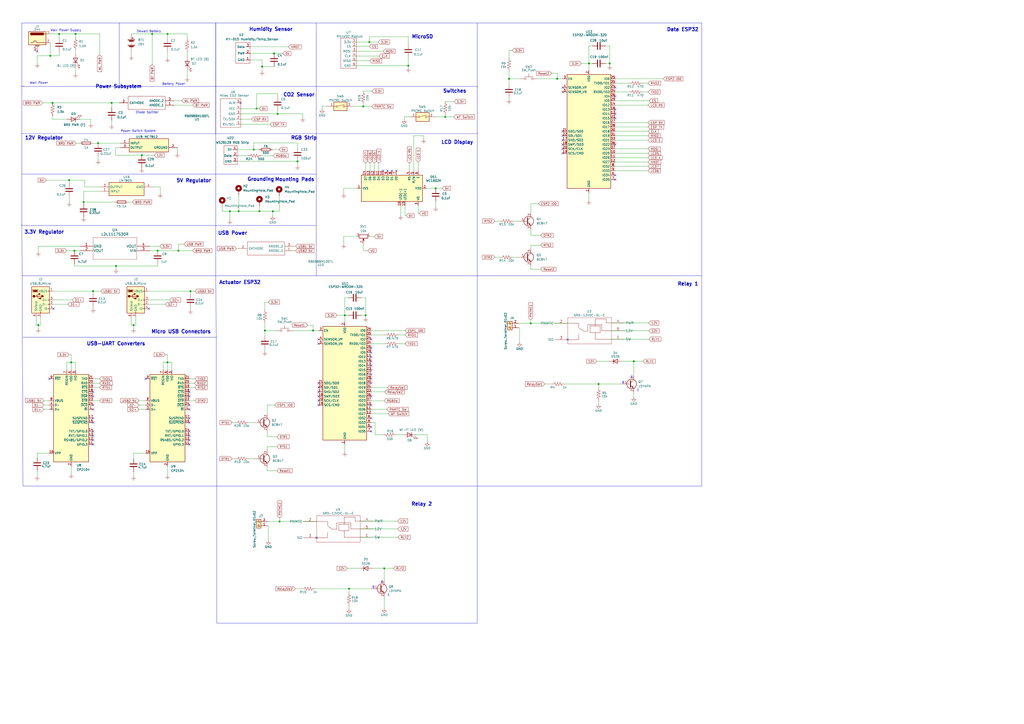
<source format=kicad_sch>
(kicad_sch (version 20230121) (generator eeschema)
  (paper "A2")
  (lib_symbols
    (symbol "2023-03-03_02-03-41:LDL1117S30R" (pin_names (offset 0.254))
      (property "Reference" "U" (at 20.32 10.16 0))
      (property "Value" "LDL1117S30R" (at 20.32 7.62 0))
      (symbol "LDL1117S30R_1_1"
        (pin power_in line (at 0 0 0) (length 7.62) (name "GND") (number "1"))
        (pin output line (at 0 -2.54 0) (length 7.62) (name "VOUT") (number "2"))
        (pin power_in line (at 40.64 -2.54 180) (length 7.62) (name "VIN") (number "3"))
        (pin output line (at 40.64 0 180) (length 7.62) (name "VOUT") (number "4"))
      )
    )
    (symbol "CapstoneSymbols:7805"
      (property "Reference" "U" (at 0 0 0))
      (symbol "7805_1_1"
        (pin passive line (at 13.97 -7.62 180) (length 5.08) (name "INPUT") (number "1"))
        (pin passive line (at 13.97 -5.08 180) (length 5.08) (name "OUTPUT") (number "3"))
        (pin passive line (at -16.51 -5.08 0) (length 5.08) (name "GND") (number "4"))
      )
    )
    (symbol "CapstoneSymbols:7812"
      (property "Reference" "U" (at 0 0 0))
      (symbol "7812_1_1"
        (pin passive line (at 16.002 -6.858 180) (length 5.08) (name "INPUT") (number "1"))
        (pin passive line (at -17.018 -4.318 0) (length 5.08) (name "GROUND") (number "2"))
        (pin passive line (at 16.002 -4.318 180) (length 5.08) (name "OUTPUT") (number "3"))
      )
    )
    (symbol "CapstoneSymbols:Atlas_CO2_Sensor"
      (property "Reference" "U" (at 0 3.302 0))
      (property "Value" "Atlas CO2 Sensor" (at 0.508 1.016 0))
      (symbol "Atlas_CO2_Sensor_1_0"
        (pin input line (at 6.096 -14.986 180) (length 2.54) (name "RX/SCL") (number "1"))
        (pin input line (at 6.096 -11.938 180) (length 2.54) (name "TX/SDA") (number "2"))
        (pin input line (at 6.096 -8.89 180) (length 2.54) (name "GND") (number "3"))
        (pin input line (at 6.096 -5.842 180) (length 2.54) (name "VCC") (number "4"))
        (pin input line (at 6.096 -2.54 180) (length 2.54) (name "ALM") (number "5"))
      )
    )
    (symbol "CapstoneSymbols:MicroSD_Module"
      (property "Reference" "U" (at 0.254 2.794 0))
      (property "Value" "MicroSD Module" (at 0 1.016 0))
      (symbol "MicroSD_Module_1_0"
        (pin input line (at 3.302 -2.286 180) (length 2.54) (name "3.3V") (number "1"))
        (pin input line (at 3.302 -4.826 180) (length 2.54) (name "CS") (number "2"))
        (pin input line (at 3.302 -7.62 180) (length 2.54) (name "MOSI") (number "3"))
        (pin input line (at 3.302 -10.414 180) (length 2.54) (name "CLK") (number "4"))
        (pin input line (at 3.302 -13.208 180) (length 2.54) (name "MISO") (number "5"))
        (pin input line (at 3.302 -16.002 180) (length 2.54) (name "GND") (number "6"))
      )
    )
    (symbol "CapstoneSymbols:SRD12VRelay"
      (property "Reference" "U" (at -0.762 -1.524 0))
      (property "Value" "SRD-12VDC-SL-C" (at -0.762 -4.064 0))
      (symbol "SRD12VRelay_1_1"
        (pin input line (at 12.446 -18.034 0) (length 7.62) (name "SW") (number "1"))
        (pin input line (at -12.954 -8.89 180) (length 7.62) (name "PNMTC") (number "2"))
        (pin input line (at -12.954 -18.288 180) (length 7.62) (name "NO") (number "3"))
        (pin input line (at 12.446 -8.636 0) (length 7.62) (name "PWR") (number "4"))
        (pin input line (at 12.446 -13.208 0) (length 7.62) (name "12V") (number "5"))
      )
    )
    (symbol "CapstoneSymbols:WS2812B_RGB_Strip"
      (property "Reference" "U7" (at -1.524 5.461 0))
      (property "Value" "WS2812B RGB Strip" (at -0.381 2.794 0))
      (symbol "WS2812B_RGB_Strip_1_0"
        (pin input line (at 2.286 -2.794 180) (length 2.54) (name "5V") (number "1"))
        (pin input line (at 2.286 -6.35 180) (length 2.54) (name "Data") (number "2"))
        (pin input line (at 2.286 -9.652 180) (length 2.54) (name "GND") (number "3"))
      )
    )
    (symbol "Christians Library:KY-015_Humidity{slash}Temp_Sensor"
      (property "Reference" "U5" (at -0.3175 0 0))
      (property "Value" "KY-015 Humidity/Temp_Sensor" (at -0.3175 -2.54 0))
      (symbol "KY-015_Humidity{slash}Temp_Sensor_1_1"
        (pin input line (at 3.81 -15.24 180) (length 2.54) (name "GND") (number "1"))
        (pin input line (at 3.81 -11.43 180) (length 2.54) (name "PWR") (number "2"))
        (pin input line (at 3.81 -7.62 180) (length 2.54) (name "Data") (number "3"))
      )
    )
    (symbol "Connector:Barrel_Jack_MountingPin" (pin_names hide)
      (property "Reference" "J" (at 0 5.334 0))
      (property "Value" "Barrel_Jack_MountingPin" (at 1.27 -6.35 0))
      (symbol "Barrel_Jack_MountingPin_1_1"
        (text "Mounting" (at 0 -4.191 0) (effects (font (size 0.381 0.381))))
        (pin passive line (at 7.62 2.54 180) (length 2.54) (name "~") (number "1"))
        (pin passive line (at 7.62 -2.54 180) (length 2.54) (name "~") (number "2"))
        (pin passive line (at 0 -7.62 90) (length 3.048) (name "MountPin") (number "MP"))
      )
    )
    (symbol "Connector:Screw_Terminal_01x02" (pin_names (offset 1.016) hide)
      (property "Reference" "J" (at 0 2.54 0))
      (property "Value" "Screw_Terminal_01x02" (at 0 -5.08 0))
      (symbol "Screw_Terminal_01x02_1_1"
        (pin passive line (at -5.08 0 0) (length 3.81) (name "Pin_1") (number "1"))
        (pin passive line (at -5.08 -2.54 0) (length 3.81) (name "Pin_2") (number "2"))
      )
    )
    (symbol "Connector:USB_B_Micro" (pin_names (offset 1.016))
      (property "Reference" "J" (at -5.08 11.43 0))
      (property "Value" "USB_B_Micro" (at -5.08 8.89 0))
      (symbol "USB_B_Micro_1_1"
        (pin power_out line (at 7.62 5.08 180) (length 2.54) (name "VBUS") (number "1"))
        (pin bidirectional line (at 7.62 -2.54 180) (length 2.54) (name "D-") (number "2"))
        (pin bidirectional line (at 7.62 0 180) (length 2.54) (name "D+") (number "3"))
        (pin passive line (at 7.62 -5.08 180) (length 2.54) (name "ID") (number "4"))
        (pin power_out line (at 0 -10.16 90) (length 2.54) (name "GND") (number "5"))
        (pin passive line (at -2.54 -10.16 90) (length 2.54) (name "Shield") (number "6"))
      )
    )
    (symbol "Device:Battery" (pin_numbers hide) (pin_names (offset 0) hide)
      (property "Reference" "BT" (at 2.54 2.54 0))
      (property "Value" "Battery" (at 2.54 0 0))
      (symbol "Battery_1_1"
        (pin passive line (at 0 5.08 270) (length 2.54) (name "+") (number "1"))
        (pin passive line (at 0 -5.08 90) (length 2.54) (name "-") (number "2"))
      )
    )
    (symbol "Device:C" (pin_numbers hide) (pin_names (offset 0.254))
      (property "Reference" "C" (at 0.635 2.54 0))
      (property "Value" "C" (at 0.635 -2.54 0))
      (symbol "C_1_1"
        (pin passive line (at 0 3.81 270) (length 2.794) (name "~") (number "1"))
        (pin passive line (at 0 -3.81 90) (length 2.794) (name "~") (number "2"))
      )
    )
    (symbol "Device:Fuse" (pin_numbers hide) (pin_names (offset 0))
      (property "Reference" "F" (at 2.032 0 90))
      (property "Value" "Fuse" (at -1.905 0 90))
      (symbol "Fuse_1_1"
        (pin passive line (at 0 3.81 270) (length 1.27) (name "~") (number "1"))
        (pin passive line (at 0 -3.81 90) (length 1.27) (name "~") (number "2"))
      )
    )
    (symbol "Device:LED" (pin_numbers hide) (pin_names (offset 1.016) hide)
      (property "Reference" "D" (at 0 2.54 0))
      (property "Value" "LED" (at 0 -2.54 0))
      (symbol "LED_1_1"
        (pin passive line (at -3.81 0 0) (length 2.54) (name "K") (number "1"))
        (pin passive line (at 3.81 0 180) (length 2.54) (name "A") (number "2"))
      )
    )
    (symbol "Device:R_Potentiometer" (pin_names (offset 1.016) hide)
      (property "Reference" "RV" (at -4.445 0 90))
      (property "Value" "R_Potentiometer" (at -2.54 0 90))
      (symbol "R_Potentiometer_1_1"
        (pin passive line (at 0 3.81 270) (length 1.27) (name "1") (number "1"))
        (pin passive line (at 3.81 0 180) (length 1.27) (name "2") (number "2"))
        (pin passive line (at 0 -3.81 90) (length 1.27) (name "3") (number "3"))
      )
    )
    (symbol "Device:R_US" (pin_numbers hide) (pin_names (offset 0))
      (property "Reference" "R" (at 2.54 0 90))
      (property "Value" "R_US" (at -2.54 0 90))
      (symbol "R_US_1_1"
        (pin passive line (at 0 3.81 270) (length 1.27) (name "~") (number "1"))
        (pin passive line (at 0 -3.81 90) (length 1.27) (name "~") (number "2"))
      )
    )
    (symbol "Diode:1N4007" (pin_numbers hide) (pin_names (offset 1.016) hide)
      (property "Reference" "D" (at 0 2.54 0))
      (property "Value" "1N4007" (at 0 -2.54 0))
      (symbol "1N4007_1_1"
        (pin passive line (at -3.81 0 0) (length 2.54) (name "K") (number "1"))
        (pin passive line (at 3.81 0 180) (length 2.54) (name "A") (number "2"))
      )
    )
    (symbol "Display_Character:WC1602A"
      (property "Reference" "DS" (at -5.842 19.05 0))
      (property "Value" "WC1602A" (at 5.334 19.05 0))
      (symbol "WC1602A_1_1"
        (pin power_in line (at 0 -20.32 90) (length 2.54) (name "VSS") (number "1"))
        (pin input line (at -10.16 -5.08 0) (length 2.54) (name "D3") (number "10"))
        (pin input line (at -10.16 -7.62 0) (length 2.54) (name "D4") (number "11"))
        (pin input line (at -10.16 -10.16 0) (length 2.54) (name "D5") (number "12"))
        (pin input line (at -10.16 -12.7 0) (length 2.54) (name "D6") (number "13"))
        (pin input line (at -10.16 -15.24 0) (length 2.54) (name "D7") (number "14"))
        (pin power_in line (at 10.16 7.62 180) (length 2.54) (name "LED(+)") (number "15"))
        (pin power_in line (at 10.16 5.08 180) (length 2.54) (name "LED(-)") (number "16"))
        (pin power_in line (at 0 20.32 270) (length 2.54) (name "VDD") (number "2"))
        (pin input line (at 10.16 15.24 180) (length 2.54) (name "VO") (number "3"))
        (pin input line (at -10.16 10.16 0) (length 2.54) (name "RS") (number "4"))
        (pin input line (at -10.16 12.7 0) (length 2.54) (name "R/W") (number "5"))
        (pin input line (at -10.16 15.24 0) (length 2.54) (name "E") (number "6"))
        (pin input line (at -10.16 2.54 0) (length 2.54) (name "D0") (number "7"))
        (pin input line (at -10.16 0 0) (length 2.54) (name "D1") (number "8"))
        (pin input line (at -10.16 -2.54 0) (length 2.54) (name "D2") (number "9"))
      )
    )
    (symbol "Interface_USB:CP2104"
      (property "Reference" "U" (at -5.08 28.575 0))
      (property "Value" "CP2104" (at -5.08 26.67 0))
      (symbol "CP2104_1_1"
        (pin input line (at 12.7 5.08 180) (length 2.54) (name "~{RI}") (number "1"))
        (pin no_connect line (at 10.16 -20.32 180) (length 2.54) hide (name "NC") (number "10"))
        (pin bidirectional line (at 12.7 -15.24 180) (length 2.54) (name "GPIO.3") (number "11"))
        (pin bidirectional line (at 12.7 -12.7 180) (length 2.54) (name "RS485/GPIO.2") (number "12"))
        (pin bidirectional line (at 12.7 -10.16 180) (length 2.54) (name "RXT/GPIO.1") (number "13"))
        (pin bidirectional line (at 12.7 -7.62 180) (length 2.54) (name "TXT/GPIO.0") (number "14"))
        (pin output line (at 12.7 -2.54 180) (length 2.54) (name "~{SUSPEND}") (number "15"))
        (pin passive line (at -12.7 -20.32 0) (length 2.54) (name "VPP") (number "16"))
        (pin output line (at 12.7 0 180) (length 2.54) (name "SUSPEND") (number "17"))
        (pin input line (at 12.7 15.24 180) (length 2.54) (name "~{CTS}") (number "18"))
        (pin output line (at 12.7 17.78 180) (length 2.54) (name "~{RTS}") (number "19"))
        (pin power_in line (at 0 -27.94 90) (length 2.54) (name "GND") (number "2"))
        (pin input line (at 12.7 20.32 180) (length 2.54) (name "RXD") (number "20"))
        (pin output line (at 12.7 22.86 180) (length 2.54) (name "TXD") (number "21"))
        (pin input line (at 12.7 12.7 180) (length 2.54) (name "~{DSR}") (number "22"))
        (pin output line (at 12.7 10.16 180) (length 2.54) (name "~{DTR}") (number "23"))
        (pin input line (at 12.7 7.62 180) (length 2.54) (name "~{DCD}") (number "24"))
        (pin passive line (at 0 -27.94 90) (length 2.54) hide (name "GND") (number "25"))
        (pin bidirectional line (at -12.7 5.08 0) (length 2.54) (name "D+") (number "3"))
        (pin bidirectional line (at -12.7 7.62 0) (length 2.54) (name "D-") (number "4"))
        (pin power_in line (at 2.54 27.94 270) (length 2.54) (name "VIO") (number "5"))
        (pin power_in line (at 0 27.94 270) (length 2.54) (name "VDD") (number "6"))
        (pin power_in line (at -2.54 27.94 270) (length 2.54) (name "REGIN") (number "7"))
        (pin input line (at -12.7 10.16 0) (length 2.54) (name "VBUS") (number "8"))
        (pin bidirectional line (at -12.7 22.86 0) (length 2.54) (name "~{RST}") (number "9"))
      )
    )
    (symbol "Mechanical:MountingHole_Pad" (pin_numbers hide) (pin_names (offset 1.016) hide)
      (property "Reference" "H" (at 0 6.35 0))
      (property "Value" "MountingHole_Pad" (at 0 4.445 0))
      (symbol "MountingHole_Pad_1_1"
        (pin input line (at 0 -2.54 90) (length 2.54) (name "1") (number "1"))
      )
    )
    (symbol "RB098BM100TL_1" (pin_names (offset 0.762))
      (property "Reference" "U1" (at -13.335 8.255 0))
      (property "Value" "RB098BM100TL" (at -13.335 6.35 0))
      (symbol "RB098BM100TL_1_0_0"
        (pin passive line (at 0 0 0) (length 5.08) (name "ANODE_1") (number "1"))
        (pin passive line (at 31.75 -1.27 180) (length 5.08) (name "CATHODE") (number "2"))
        (pin passive line (at 0 -2.54 0) (length 5.08) (name "ANODE_2") (number "3"))
      )
    )
    (symbol "RF_Module:ESP32-WROOM-32D"
      (property "Reference" "U" (at -12.7 34.29 0))
      (property "Value" "ESP32-WROOM-32D" (at 1.27 34.29 0))
      (symbol "ESP32-WROOM-32D_1_1"
        (pin power_in line (at 0 -35.56 90) (length 2.54) (name "GND") (number "1"))
        (pin bidirectional line (at 15.24 -12.7 180) (length 2.54) (name "IO25") (number "10"))
        (pin bidirectional line (at 15.24 -15.24 180) (length 2.54) (name "IO26") (number "11"))
        (pin bidirectional line (at 15.24 -17.78 180) (length 2.54) (name "IO27") (number "12"))
        (pin bidirectional line (at 15.24 10.16 180) (length 2.54) (name "IO14") (number "13"))
        (pin bidirectional line (at 15.24 15.24 180) (length 2.54) (name "IO12") (number "14"))
        (pin passive line (at 0 -35.56 90) (length 2.54) hide (name "GND") (number "15"))
        (pin bidirectional line (at 15.24 12.7 180) (length 2.54) (name "IO13") (number "16"))
        (pin bidirectional line (at -15.24 -5.08 0) (length 2.54) (name "SHD/SD2") (number "17"))
        (pin bidirectional line (at -15.24 -7.62 0) (length 2.54) (name "SWP/SD3") (number "18"))
        (pin bidirectional line (at -15.24 -12.7 0) (length 2.54) (name "SCS/CMD") (number "19"))
        (pin power_in line (at 0 35.56 270) (length 2.54) (name "VDD") (number "2"))
        (pin bidirectional line (at -15.24 -10.16 0) (length 2.54) (name "SCK/CLK") (number "20"))
        (pin bidirectional line (at -15.24 0 0) (length 2.54) (name "SDO/SD0") (number "21"))
        (pin bidirectional line (at -15.24 -2.54 0) (length 2.54) (name "SDI/SD1") (number "22"))
        (pin bidirectional line (at 15.24 7.62 180) (length 2.54) (name "IO15") (number "23"))
        (pin bidirectional line (at 15.24 25.4 180) (length 2.54) (name "IO2") (number "24"))
        (pin bidirectional line (at 15.24 30.48 180) (length 2.54) (name "IO0") (number "25"))
        (pin bidirectional line (at 15.24 20.32 180) (length 2.54) (name "IO4") (number "26"))
        (pin bidirectional line (at 15.24 5.08 180) (length 2.54) (name "IO16") (number "27"))
        (pin bidirectional line (at 15.24 2.54 180) (length 2.54) (name "IO17") (number "28"))
        (pin bidirectional line (at 15.24 17.78 180) (length 2.54) (name "IO5") (number "29"))
        (pin input line (at -15.24 30.48 0) (length 2.54) (name "EN") (number "3"))
        (pin bidirectional line (at 15.24 0 180) (length 2.54) (name "IO18") (number "30"))
        (pin bidirectional line (at 15.24 -2.54 180) (length 2.54) (name "IO19") (number "31"))
        (pin no_connect line (at -12.7 -27.94 0) (length 2.54) hide (name "NC") (number "32"))
        (pin bidirectional line (at 15.24 -5.08 180) (length 2.54) (name "IO21") (number "33"))
        (pin bidirectional line (at 15.24 22.86 180) (length 2.54) (name "RXD0/IO3") (number "34"))
        (pin bidirectional line (at 15.24 27.94 180) (length 2.54) (name "TXD0/IO1") (number "35"))
        (pin bidirectional line (at 15.24 -7.62 180) (length 2.54) (name "IO22") (number "36"))
        (pin bidirectional line (at 15.24 -10.16 180) (length 2.54) (name "IO23") (number "37"))
        (pin passive line (at 0 -35.56 90) (length 2.54) hide (name "GND") (number "38"))
        (pin passive line (at 0 -35.56 90) (length 2.54) hide (name "GND") (number "39"))
        (pin input line (at -15.24 25.4 0) (length 2.54) (name "SENSOR_VP") (number "4"))
        (pin input line (at -15.24 22.86 0) (length 2.54) (name "SENSOR_VN") (number "5"))
        (pin input line (at 15.24 -25.4 180) (length 2.54) (name "IO34") (number "6"))
        (pin input line (at 15.24 -27.94 180) (length 2.54) (name "IO35") (number "7"))
        (pin bidirectional line (at 15.24 -20.32 180) (length 2.54) (name "IO32") (number "8"))
        (pin bidirectional line (at 15.24 -22.86 180) (length 2.54) (name "IO33") (number "9"))
      )
    )
    (symbol "Switch:SW_DIP_x01" (pin_names (offset 0) hide)
      (property "Reference" "SW" (at 0 3.81 0))
      (property "Value" "SW_DIP_x01" (at 0 -3.81 0))
      (symbol "SW_DIP_x01_1_1"
        (pin passive line (at -7.62 0 0) (length 5.08) (name "~") (number "1"))
        (pin passive line (at 7.62 0 180) (length 5.08) (name "~") (number "2"))
      )
    )
    (symbol "Switch:SW_Push" (pin_numbers hide) (pin_names (offset 1.016) hide)
      (property "Reference" "SW" (at 1.27 2.54 0))
      (property "Value" "SW_Push" (at 0 -1.524 0))
      (symbol "SW_Push_0_1"
        (pin passive line (at -5.08 0 0) (length 2.54) (name "1") (number "1"))
        (pin passive line (at 5.08 0 180) (length 2.54) (name "2") (number "2"))
      )
    )
    (symbol "Transistor_BJT:2N3055" (pin_names (offset 0) hide)
      (property "Reference" "Q" (at 5.08 1.905 0))
      (property "Value" "2N3055" (at 5.08 0 0))
      (symbol "2N3055_1_1"
        (pin input line (at -5.08 0 0) (length 5.715) (name "B") (number "1"))
        (pin passive line (at 2.54 -5.08 90) (length 2.54) (name "E") (number "2"))
        (pin passive line (at 2.54 5.08 270) (length 2.54) (name "C") (number "3"))
      )
    )
    (symbol "Transistor_BJT:BC847" (pin_names (offset 0) hide)
      (property "Reference" "Q" (at 5.08 1.905 0))
      (property "Value" "BC847" (at 5.08 0 0))
      (symbol "BC847_1_1"
        (pin input line (at -5.08 0 0) (length 5.715) (name "B") (number "1"))
        (pin passive line (at 2.54 -5.08 90) (length 2.54) (name "E") (number "2"))
        (pin passive line (at 2.54 5.08 270) (length 2.54) (name "C") (number "3"))
      )
    )
    (symbol "UL-RB098BM100TL:RB098BM100TL" (pin_names (offset 0.762))
      (property "Reference" "U10" (at -15.875 8.255 0))
      (property "Value" "RB098BM100TL" (at -15.875 6.35 0))
      (symbol "RB098BM100TL_0_0"
        (pin passive line (at 0 0 0) (length 5.08) (name "ANODE_1") (number "1"))
        (pin passive line (at 31.75 -1.27 180) (length 5.08) (name "CATHODE") (number "2"))
        (pin passive line (at 0 -2.54 0) (length 5.08) (name "ANODE_2") (number "3"))
      )
    )
    (symbol "power:Earth" (power) (pin_names (offset 0))
      (symbol "Earth_1_1"
        (pin power_in line (at 0 0 270) (length 0) hide (name "Earth") (number "1"))
      )
    )
    (symbol "power:GND" (power) (pin_names (offset 0))
      (property "Value" "GND" (at 0 -3.81 0))
      (symbol "GND_1_1"
        (pin power_in line (at 0 0 270) (length 0) hide (name "GND") (number "1"))
      )
    )
  )
  (junction (at 77.47 188.595))
  (junction (at 43.18 145.415))
  (junction (at 41.275 210.185))
  (junction (at 34.29 19.685))
  (junction (at 158.242 122.555))
  (junction (at 172.593 93.599))
  (junction (at 103.505 145.415))
  (junction (at 159.004 30.988))
  (junction (at 53.975 168.91))
  (junction (at 64.77 59.69))
  (junction (at 222.885 329.692))
  (junction (at 258.318 67.818))
  (junction (at 56.896 83.058))
  (junction (at 147.193 86.741))
  (junction (at 347.218 222.758))
  (junction (at 307.848 187.579))
  (junction (at 43.815 19.685))
  (junction (at 341.63 36.83))
  (junction (at 48.514 117.221))
  (junction (at 40.132 104.521))
  (junction (at 323.215 45.72))
  (junction (at 97.155 19.685))
  (junction (at 30.48 59.69))
  (junction (at 367.665 209.55))
  (junction (at 353.695 36.83))
  (junction (at 181.61 191.77))
  (junction (at 210.693 61.722))
  (junction (at 150.495 122.555))
  (junction (at 236.855 38.1))
  (junction (at 88.265 19.685))
  (junction (at 82.296 90.043))
  (junction (at 110.49 168.91))
  (junction (at 161.036 66.04))
  (junction (at 200.025 182.88))
  (junction (at 138.43 122.555))
  (junction (at 133.35 122.555))
  (junction (at 212.09 182.88))
  (junction (at 162.179 302.514))
  (junction (at 295.275 45.72))
  (junction (at 67.31 154.305))
  (junction (at 153.67 191.77))
  (junction (at 214.249 24.384))
  (junction (at 252.73 109.22))
  (junction (at 202.438 341.503))
  (junction (at 97.155 210.185))
  (junction (at 91.44 145.415))
  (junction (at 148.844 62.992))
  (junction (at 152.019 38.608))
  (junction (at 29.21 32.385))
  (junction (at 22.225 188.595))
  (no_connect (at 326.39 81.28))
  (no_connect (at 183.642 311.912))
  (no_connect (at 326.39 78.74))
  (no_connect (at 84.455 219.71))
  (no_connect (at 215.265 250.19))
  (no_connect (at 215.265 234.95))
  (no_connect (at 215.265 229.87))
  (no_connect (at 215.265 196.85))
  (no_connect (at 215.265 207.01))
  (no_connect (at 215.265 204.47))
  (no_connect (at 215.265 219.71))
  (no_connect (at 215.265 217.17))
  (no_connect (at 215.265 214.63))
  (no_connect (at 215.265 222.25))
  (no_connect (at 215.265 242.57))
  (no_connect (at 184.785 234.95))
  (no_connect (at 184.785 232.41))
  (no_connect (at 184.785 229.87))
  (no_connect (at 184.785 227.33))
  (no_connect (at 184.785 222.25))
  (no_connect (at 184.785 224.79))
  (no_connect (at 215.265 212.09))
  (no_connect (at 215.265 209.55))
  (no_connect (at 215.265 247.65))
  (no_connect (at 109.855 245.11))
  (no_connect (at 224.79 99.06))
  (no_connect (at 356.87 83.82))
  (no_connect (at 326.39 50.8))
  (no_connect (at 326.39 53.34))
  (no_connect (at 86.36 179.07))
  (no_connect (at 31.115 179.07))
  (no_connect (at 326.39 83.82))
  (no_connect (at 215.265 201.93))
  (no_connect (at 109.855 257.81))
  (no_connect (at 53.975 255.27))
  (no_connect (at 53.975 257.81))
  (no_connect (at 53.975 250.19))
  (no_connect (at 53.975 252.73))
  (no_connect (at 109.855 255.27))
  (no_connect (at 109.855 252.73))
  (no_connect (at 109.855 250.19))
  (no_connect (at 326.39 88.9))
  (no_connect (at 326.39 76.2))
  (no_connect (at 326.39 86.36))
  (no_connect (at 109.855 242.57))
  (no_connect (at 356.87 68.58))
  (no_connect (at 356.87 66.04))
  (no_connect (at 356.87 63.5))
  (no_connect (at 356.87 50.8))
  (no_connect (at 356.87 55.88))
  (no_connect (at 356.87 101.6))
  (no_connect (at 356.87 104.14))
  (no_connect (at 184.785 199.39))
  (no_connect (at 109.855 229.87))
  (no_connect (at 109.855 237.49))
  (no_connect (at 109.855 234.95))
  (no_connect (at 53.975 234.95))
  (no_connect (at 53.975 237.49))
  (no_connect (at 53.975 245.11))
  (no_connect (at 53.975 242.57))
  (no_connect (at 28.575 219.71))
  (no_connect (at 53.975 227.33))
  (no_connect (at 53.975 229.87))
  (no_connect (at 109.855 227.33))
  (no_connect (at 329.311 196.977))
  (no_connect (at 222.25 99.06))
  (no_connect (at 21.59 29.845))
  (no_connect (at 227.33 99.06))
  (no_connect (at 229.87 99.06))
  (no_connect (at 184.785 196.85))
  (no_connect (at 139.573 59.69))
  (wire (pts (xy 214.63 94.615) (xy 214.63 99.06)))
  (wire (pts (xy 154.94 273.05) (xy 154.94 271.145)))
  (polyline (pts (xy 125.095 77.47) (xy 12.7 77.47)))
  (wire (pts (xy 181.61 191.77) (xy 184.785 191.77)))
  (wire (pts (xy 215.265 194.31) (xy 223.52 194.31)))
  (wire (pts (xy 43.815 210.185) (xy 41.275 210.185)))
  (wire (pts (xy 236.855 33.401) (xy 236.855 38.1)))
  (wire (pts (xy 77.47 273.685) (xy 77.47 276.225)))
  (wire (pts (xy 297.815 128.27) (xy 300.355 128.27)))
  (wire (pts (xy 40.132 104.521) (xy 40.132 106.426)))
  (wire (pts (xy 80.645 232.41) (xy 84.455 232.41)))
  (wire (pts (xy 295.275 29.21) (xy 295.275 33.655)))
  (wire (pts (xy 25.4 234.95) (xy 28.575 234.95)))
  (wire (pts (xy 64.77 59.69) (xy 69.215 59.69)))
  (wire (pts (xy 147.193 86.741) (xy 150.368 86.741)))
  (wire (pts (xy 234.442 67.818) (xy 237.49 67.818)))
  (wire (pts (xy 214.249 21.336) (xy 214.249 24.384)))
  (polyline (pts (xy 276.86 76.835) (xy 276.86 160.02)))
  (wire (pts (xy 155.575 175.26) (xy 153.67 175.26)))
  (wire (pts (xy 91.44 145.415) (xy 103.505 145.415)))
  (wire (pts (xy 295.275 45.72) (xy 295.275 48.895)))
  (wire (pts (xy 222.885 329.692) (xy 222.885 336.423)))
  (wire (pts (xy 154.94 259.08) (xy 160.655 259.08)))
  (wire (pts (xy 43.815 19.685) (xy 57.785 19.685)))
  (wire (pts (xy 20.955 188.595) (xy 22.225 188.595)))
  (polyline (pts (xy 12.7 130.81) (xy 125.095 130.81)))
  (wire (pts (xy 307.975 142.24) (xy 313.69 142.24)))
  (wire (pts (xy 356.87 86.36) (xy 375.92 86.36)))
  (wire (pts (xy 300.863 187.579) (xy 307.848 187.579)))
  (wire (pts (xy 152.019 41.148) (xy 152.019 38.608)))
  (wire (pts (xy 110.49 168.91) (xy 113.03 168.91)))
  (wire (pts (xy 172.593 85.471) (xy 172.593 82.931)))
  (wire (pts (xy 206.756 35.306) (xy 214.503 35.306)))
  (wire (pts (xy 353.695 26.67) (xy 353.695 36.83)))
  (wire (pts (xy 92.964 108.458) (xy 92.964 112.268)))
  (wire (pts (xy 219.71 94.615) (xy 219.71 99.06)))
  (wire (pts (xy 327.533 222.758) (xy 347.218 222.758)))
  (wire (pts (xy 88.646 108.458) (xy 92.964 108.458)))
  (wire (pts (xy 151.511 90.297) (xy 158.496 90.297)))
  (wire (pts (xy 307.975 136.525) (xy 307.975 133.35)))
  (wire (pts (xy 323.215 45.72) (xy 326.39 45.72)))
  (wire (pts (xy 80.645 237.49) (xy 84.455 237.49)))
  (wire (pts (xy 356.87 78.74) (xy 375.92 78.74)))
  (wire (pts (xy 153.67 191.77) (xy 153.67 194.945)))
  (wire (pts (xy 95.885 205.74) (xy 97.155 205.74)))
  (wire (pts (xy 76.2 29.845) (xy 76.2 32.385)))
  (polyline (pts (xy 13.335 50.165) (xy 69.215 50.165)))
  (wire (pts (xy 252.73 67.818) (xy 258.318 67.818)))
  (wire (pts (xy 78.74 184.15) (xy 78.74 188.595)))
  (wire (pts (xy 341.63 111.76) (xy 341.63 116.205)))
  (wire (pts (xy 161.036 54.356) (xy 148.844 54.356)))
  (wire (pts (xy 49.149 104.521) (xy 40.132 104.521)))
  (polyline (pts (xy 183.515 160.02) (xy 183.515 130.81)))
  (wire (pts (xy 170.18 142.875) (xy 171.45 142.875)))
  (wire (pts (xy 212.09 182.88) (xy 209.55 182.88)))
  (wire (pts (xy 155.194 305.054) (xy 155.702 305.054)))
  (wire (pts (xy 154.94 260.985) (xy 154.94 259.08)))
  (wire (pts (xy 200.025 257.81) (xy 200.025 262.255)))
  (wire (pts (xy 162.179 302.514) (xy 183.642 302.514)))
  (wire (pts (xy 356.87 73.66) (xy 375.92 73.66)))
  (wire (pts (xy 100.965 58.42) (xy 105.41 58.42)))
  (wire (pts (xy 67.183 90.043) (xy 82.296 90.043)))
  (wire (pts (xy 25.4 232.41) (xy 28.575 232.41)))
  (wire (pts (xy 52.705 69.215) (xy 52.705 71.755)))
  (wire (pts (xy 202.438 341.503) (xy 215.265 341.503)))
  (wire (pts (xy 158.242 125.222) (xy 158.242 122.555)))
  (wire (pts (xy 86.36 176.53) (xy 95.885 176.53)))
  (polyline (pts (xy 407.035 13.335) (xy 407.035 281.94)))
  (wire (pts (xy 316.103 222.758) (xy 319.913 222.758)))
  (wire (pts (xy 56.896 90.678) (xy 56.896 92.837)))
  (wire (pts (xy 43.18 145.415) (xy 46.355 145.415)))
  (wire (pts (xy 201.93 182.88) (xy 200.025 182.88)))
  (wire (pts (xy 40.132 104.521) (xy 26.797 104.521)))
  (wire (pts (xy 215.265 224.79) (xy 224.79 224.79)))
  (wire (pts (xy 295.275 45.72) (xy 295.275 41.275)))
  (wire (pts (xy 137.541 90.297) (xy 143.891 90.297)))
  (wire (pts (xy 242.57 93.98) (xy 242.57 99.06)))
  (wire (pts (xy 58.166 110.998) (xy 48.514 110.998)))
  (wire (pts (xy 77.47 266.065) (xy 77.47 262.89)))
  (wire (pts (xy 320.04 42.545) (xy 323.215 42.545)))
  (wire (pts (xy 138.43 122.555) (xy 150.495 122.555)))
  (wire (pts (xy 148.844 62.992) (xy 150.368 62.992)))
  (polyline (pts (xy 125.095 13.335) (xy 125.095 50.165)))
  (wire (pts (xy 209.55 172.72) (xy 212.09 172.72)))
  (wire (pts (xy 181.61 188.595) (xy 181.61 191.77)))
  (wire (pts (xy 240.03 78.74) (xy 245.745 78.74)))
  (wire (pts (xy 247.777 252.222) (xy 247.777 256.286)))
  (wire (pts (xy 99.695 214.63) (xy 99.695 210.185)))
  (wire (pts (xy 138.43 113.03) (xy 138.43 122.555)))
  (wire (pts (xy 199.39 137.16) (xy 199.39 141.605)))
  (polyline (pts (xy 12.7 13.335) (xy 12.7 50.165)))
  (wire (pts (xy 354.711 187.325) (xy 376.301 187.325)))
  (polyline (pts (xy 69.215 50.165) (xy 69.215 13.335)))
  (wire (pts (xy 195.58 182.88) (xy 200.025 182.88)))
  (polyline (pts (xy 12.7 100.965) (xy 125.095 100.965)))
  (wire (pts (xy 48.514 117.221) (xy 66.675 117.221)))
  (polyline (pts (xy 276.86 160.02) (xy 183.515 160.02)))
  (wire (pts (xy 205.105 61.722) (xy 210.693 61.722)))
  (wire (pts (xy 160.02 191.77) (xy 153.67 191.77)))
  (wire (pts (xy 236.855 25.781) (xy 236.855 21.336)))
  (wire (pts (xy 367.665 209.55) (xy 372.999 209.55)))
  (wire (pts (xy 212.09 94.615) (xy 212.09 99.06)))
  (wire (pts (xy 139.573 62.992) (xy 148.844 62.992)))
  (wire (pts (xy 245.745 78.74) (xy 245.745 80.645)))
  (wire (pts (xy 178.435 188.595) (xy 181.61 188.595)))
  (wire (pts (xy 53.848 83.058) (xy 56.896 83.058)))
  (wire (pts (xy 99.695 210.185) (xy 97.155 210.185)))
  (polyline (pts (xy 276.86 160.02) (xy 407.035 160.02)))
  (wire (pts (xy 67.183 90.043) (xy 67.183 85.598)))
  (wire (pts (xy 139.573 72.136) (xy 156.718 72.136)))
  (wire (pts (xy 295.275 56.515) (xy 295.275 57.785)))
  (wire (pts (xy 22.225 142.875) (xy 46.355 142.875)))
  (wire (pts (xy 206.756 29.718) (xy 222.25 29.718)))
  (wire (pts (xy 229.87 252.222) (xy 233.68 252.222)))
  (wire (pts (xy 356.87 58.42) (xy 376.555 58.42)))
  (wire (pts (xy 247.65 109.22) (xy 252.73 109.22)))
  (wire (pts (xy 311.785 45.72) (xy 323.215 45.72)))
  (wire (pts (xy 153.67 175.26) (xy 153.67 179.705)))
  (wire (pts (xy 356.87 88.9) (xy 375.92 88.9)))
  (polyline (pts (xy 183.515 100.965) (xy 183.515 130.81)))
  (wire (pts (xy 64.77 69.85) (xy 64.77 72.39)))
  (wire (pts (xy 160.655 253.365) (xy 154.94 253.365)))
  (wire (pts (xy 201.93 172.72) (xy 200.025 172.72)))
  (wire (pts (xy 222.885 346.583) (xy 222.885 352.933)))
  (wire (pts (xy 186.817 61.722) (xy 189.865 61.722)))
  (wire (pts (xy 347.218 224.917) (xy 347.218 222.758)))
  (wire (pts (xy 263.398 58.928) (xy 258.318 58.928)))
  (wire (pts (xy 43.815 214.63) (xy 43.815 210.185)))
  (polyline (pts (xy 125.095 100.965) (xy 183.515 100.965)))
  (wire (pts (xy 372.745 53.34) (xy 375.92 53.34)))
  (wire (pts (xy 80.645 234.95) (xy 84.455 234.95)))
  (wire (pts (xy 206.756 32.512) (xy 219.837 32.512)))
  (wire (pts (xy 215.265 232.41) (xy 222.885 232.41)))
  (polyline (pts (xy 13.335 195.58) (xy 125.73 195.58)))
  (wire (pts (xy 313.69 156.21) (xy 307.975 156.21)))
  (wire (pts (xy 234.442 69.342) (xy 234.442 67.818)))
  (wire (pts (xy 21.59 32.385) (xy 21.59 36.83)))
  (wire (pts (xy 38.735 145.415) (xy 43.18 145.415)))
  (wire (pts (xy 144.145 266.065) (xy 147.32 266.065)))
  (wire (pts (xy 57.785 19.685) (xy 57.785 31.75)))
  (wire (pts (xy 162.179 300.482) (xy 162.179 302.514)))
  (wire (pts (xy 103.505 141.605) (xy 103.505 145.415)))
  (wire (pts (xy 210.82 145.415) (xy 213.36 145.415)))
  (wire (pts (xy 97.155 29.845) (xy 97.155 33.655)))
  (wire (pts (xy 22.225 146.05) (xy 22.225 142.875)))
  (polyline (pts (xy 125.095 50.165) (xy 276.86 50.165)))
  (wire (pts (xy 356.87 81.28) (xy 375.92 81.28)))
  (wire (pts (xy 58.166 108.458) (xy 49.149 108.458)))
  (wire (pts (xy 44.196 83.058) (xy 46.228 83.058)))
  (wire (pts (xy 82.296 90.043) (xy 89.408 90.043)))
  (polyline (pts (xy 125.73 361.442) (xy 125.73 281.94)))
  (wire (pts (xy 201.422 329.692) (xy 208.407 329.692)))
  (wire (pts (xy 40.005 205.74) (xy 41.275 205.74)))
  (polyline (pts (xy 125.095 13.335) (xy 125.095 13.335)))
  (wire (pts (xy 215.265 199.39) (xy 223.52 199.39)))
  (wire (pts (xy 21.59 262.89) (xy 28.575 262.89)))
  (wire (pts (xy 106.68 141.605) (xy 103.505 141.605)))
  (wire (pts (xy 347.218 232.537) (xy 347.218 234.442)))
  (polyline (pts (xy 125.095 130.81) (xy 125.73 281.94)))
  (wire (pts (xy 161.036 63.881) (xy 161.036 66.04)))
  (polyline (pts (xy 12.7 160.02) (xy 125.095 160.02)))
  (wire (pts (xy 231.14 194.31) (xy 234.95 194.31)))
  (wire (pts (xy 128.905 122.555) (xy 128.905 120.015)))
  (wire (pts (xy 175.641 66.04) (xy 175.641 68.326)))
  (wire (pts (xy 240.03 78.74) (xy 240.03 99.06)))
  (wire (pts (xy 97.155 19.685) (xy 108.585 19.685)))
  (wire (pts (xy 300.863 190.119) (xy 301.371 190.119)))
  (wire (pts (xy 53.975 177.8) (xy 53.975 179.07)))
  (wire (pts (xy 48.514 110.998) (xy 48.514 117.221)))
  (wire (pts (xy 297.815 149.225) (xy 300.355 149.225)))
  (wire (pts (xy 30.48 69.215) (xy 38.735 69.215)))
  (wire (pts (xy 301.371 190.119) (xy 301.371 198.501)))
  (wire (pts (xy 30.48 67.31) (xy 30.48 69.215)))
  (wire (pts (xy 231.14 199.39) (xy 234.95 199.39)))
  (wire (pts (xy 159.004 30.988) (xy 164.084 30.988)))
  (wire (pts (xy 170.18 145.415) (xy 171.45 145.415)))
  (wire (pts (xy 53.975 170.18) (xy 53.975 168.91)))
  (wire (pts (xy 82.296 97.409) (xy 82.296 97.663)))
  (wire (pts (xy 67.31 154.305) (xy 67.31 156.21)))
  (wire (pts (xy 77.47 190.5) (xy 77.47 188.595)))
  (wire (pts (xy 343.535 36.83) (xy 341.63 36.83)))
  (wire (pts (xy 76.2 188.595) (xy 77.47 188.595)))
  (wire (pts (xy 31.115 176.53) (xy 39.37 176.53)))
  (wire (pts (xy 147.193 82.931) (xy 172.593 82.931)))
  (wire (pts (xy 252.73 116.84) (xy 252.73 120.015)))
  (wire (pts (xy 86.995 142.875) (xy 92.71 142.875)))
  (wire (pts (xy 30.48 59.69) (xy 64.77 59.69)))
  (polyline (pts (xy 125.095 50.165) (xy 69.215 50.165)))
  (wire (pts (xy 258.318 67.818) (xy 263.271 67.818)))
  (wire (pts (xy 64.77 62.23) (xy 64.77 59.69)))
  (wire (pts (xy 287.02 128.27) (xy 290.195 128.27)))
  (polyline (pts (xy 183.515 100.965) (xy 183.515 77.47)))
  (wire (pts (xy 38.735 210.185) (xy 38.735 214.63)))
  (wire (pts (xy 41.275 210.185) (xy 38.735 210.185)))
  (wire (pts (xy 86.36 173.99) (xy 98.425 173.99)))
  (wire (pts (xy 150.495 122.555) (xy 158.242 122.555)))
  (wire (pts (xy 356.87 71.12) (xy 375.92 71.12)))
  (wire (pts (xy 297.18 29.21) (xy 295.275 29.21)))
  (wire (pts (xy 241.3 252.222) (xy 247.777 252.222)))
  (wire (pts (xy 258.318 66.548) (xy 258.318 67.818)))
  (wire (pts (xy 206.756 26.924) (xy 214.249 26.924)))
  (wire (pts (xy 43.815 29.21) (xy 43.815 31.115)))
  (wire (pts (xy 20.955 184.15) (xy 20.955 188.595)))
  (wire (pts (xy 252.73 109.22) (xy 256.54 109.22)))
  (wire (pts (xy 214.63 137.16) (xy 217.17 137.16)))
  (polyline (pts (xy 276.86 160.02) (xy 276.86 281.94)))
  (wire (pts (xy 209.042 306.832) (xy 230.759 306.832)))
  (wire (pts (xy 200.025 182.88) (xy 200.025 186.69)))
  (wire (pts (xy 209.042 302.26) (xy 230.632 302.26)))
  (wire (pts (xy 153.67 202.565) (xy 153.67 203.835)))
  (wire (pts (xy 307.975 156.21) (xy 307.975 154.305)))
  (wire (pts (xy 53.975 168.91) (xy 58.42 168.91)))
  (wire (pts (xy 353.695 36.83) (xy 351.155 36.83)))
  (wire (pts (xy 161.925 113.665) (xy 161.925 122.555)))
  (polyline (pts (xy 125.095 50.165) (xy 125.095 77.47)))
  (wire (pts (xy 41.275 270.51) (xy 41.275 274.955)))
  (wire (pts (xy 154.94 240.03) (xy 154.94 234.95)))
  (wire (pts (xy 31.115 168.91) (xy 53.975 168.91)))
  (wire (pts (xy 23.495 184.15) (xy 23.495 188.595)))
  (wire (pts (xy 313.69 136.525) (xy 307.975 136.525)))
  (wire (pts (xy 21.59 265.43) (xy 21.59 262.89)))
  (wire (pts (xy 152.019 38.608) (xy 159.004 38.608)))
  (wire (pts (xy 337.185 36.83) (xy 341.63 36.83)))
  (wire (pts (xy 40.132 114.046) (xy 40.132 117.348)))
  (polyline (pts (xy 183.515 77.47) (xy 276.86 77.47)))
  (wire (pts (xy 307.975 118.11) (xy 312.42 118.11)))
  (wire (pts (xy 148.844 54.356) (xy 148.844 62.992)))
  (polyline (pts (xy 12.7 50.165) (xy 13.97 50.165)))
  (wire (pts (xy 372.745 48.26) (xy 375.92 48.26)))
  (wire (pts (xy 161.036 66.04) (xy 175.641 66.04)))
  (wire (pts (xy 48.514 125.857) (xy 48.514 126.238)))
  (wire (pts (xy 341.63 26.67) (xy 341.63 36.83)))
  (wire (pts (xy 137.541 86.741) (xy 147.193 86.741)))
  (wire (pts (xy 46.355 69.215) (xy 52.705 69.215)))
  (wire (pts (xy 202.438 343.662) (xy 202.438 341.503)))
  (wire (pts (xy 21.59 273.05) (xy 21.59 276.225)))
  (polyline (pts (xy 125.095 77.47) (xy 125.095 130.81)))
  (polyline (pts (xy 125.095 13.335) (xy 125.095 77.47)))
  (wire (pts (xy 182.753 341.503) (xy 202.438 341.503)))
  (wire (pts (xy 100.965 60.96) (xy 111.76 60.96)))
  (wire (pts (xy 29.21 24.765) (xy 29.21 32.385)))
  (wire (pts (xy 171.323 341.503) (xy 175.133 341.503)))
  (wire (pts (xy 43.815 21.59) (xy 43.815 19.685)))
  (wire (pts (xy 354.711 196.723) (xy 376.428 196.723)))
  (wire (pts (xy 25.4 237.49) (xy 28.575 237.49)))
  (wire (pts (xy 307.975 123.19) (xy 307.975 118.11)))
  (wire (pts (xy 94.615 210.185) (xy 94.615 214.63)))
  (wire (pts (xy 24.765 59.69) (xy 30.48 59.69)))
  (wire (pts (xy 206.756 38.1) (xy 236.855 38.1)))
  (polyline (pts (xy 183.515 130.81) (xy 125.095 130.81)))
  (polyline (pts (xy 12.7 77.47) (xy 12.7 130.81)))
  (wire (pts (xy 97.155 19.685) (xy 97.155 22.225)))
  (polyline (pts (xy 125.095 13.335) (xy 183.515 13.335)))
  (wire (pts (xy 53.975 219.71) (xy 57.785 219.71)))
  (wire (pts (xy 170.18 191.77) (xy 181.61 191.77)))
  (wire (pts (xy 22.225 190.5) (xy 22.225 188.595)))
  (wire (pts (xy 145.034 34.798) (xy 152.019 34.798)))
  (wire (pts (xy 76.2 184.15) (xy 76.2 188.595)))
  (wire (pts (xy 152.019 34.798) (xy 152.019 38.608)))
  (polyline (pts (xy 183.515 13.335) (xy 407.035 13.335)))
  (wire (pts (xy 137.16 144.145) (xy 138.43 144.145)))
  (wire (pts (xy 154.94 253.365) (xy 154.94 250.19)))
  (wire (pts (xy 237.49 94.615) (xy 237.49 99.06)))
  (wire (pts (xy 97.155 205.74) (xy 97.155 210.185)))
  (wire (pts (xy 356.87 60.96) (xy 375.92 60.96)))
  (wire (pts (xy 102.87 85.598) (xy 102.87 88.9)))
  (wire (pts (xy 360.807 209.55) (xy 367.665 209.55)))
  (polyline (pts (xy 407.035 281.94) (xy 276.86 281.94)))
  (wire (pts (xy 307.848 187.579) (xy 329.311 187.579)))
  (wire (pts (xy 109.855 219.71) (xy 113.03 219.71)))
  (polyline (pts (xy 183.515 77.47) (xy 183.515 50.8)))
  (wire (pts (xy 139.573 66.04) (xy 161.036 66.04)))
  (wire (pts (xy 43.815 38.735) (xy 43.815 42.545)))
  (wire (pts (xy 97.155 210.185) (xy 97.155 214.63)))
  (wire (pts (xy 49.149 108.458) (xy 49.149 104.521)))
  (wire (pts (xy 353.695 38.1) (xy 353.695 36.83)))
  (wire (pts (xy 341.63 36.83) (xy 341.63 40.64)))
  (wire (pts (xy 109.855 222.25) (xy 112.776 222.25)))
  (wire (pts (xy 43.18 153.035) (xy 43.18 154.305)))
  (wire (pts (xy 154.94 234.95) (xy 159.385 234.95)))
  (wire (pts (xy 91.44 154.305) (xy 91.44 153.035)))
  (wire (pts (xy 242.57 123.825) (xy 242.57 119.38)))
  (wire (pts (xy 134.62 245.11) (xy 136.525 245.11)))
  (wire (pts (xy 356.87 96.52) (xy 375.92 96.52)))
  (wire (pts (xy 157.988 86.741) (xy 161.798 86.741)))
  (wire (pts (xy 216.027 329.692) (xy 222.885 329.692)))
  (wire (pts (xy 307.975 144.145) (xy 307.975 142.24)))
  (wire (pts (xy 356.87 48.26) (xy 365.125 48.26)))
  (wire (pts (xy 210.82 140.97) (xy 210.82 145.415)))
  (wire (pts (xy 351.155 26.67) (xy 353.695 26.67)))
  (wire (pts (xy 138.43 122.555) (xy 133.35 122.555)))
  (wire (pts (xy 343.535 26.67) (xy 341.63 26.67)))
  (polyline (pts (xy 125.095 77.47) (xy 183.515 77.47)))
  (wire (pts (xy 137.541 93.599) (xy 172.593 93.599)))
  (wire (pts (xy 209.042 311.658) (xy 230.886 311.658)))
  (wire (pts (xy 200.025 172.72) (xy 200.025 182.88)))
  (wire (pts (xy 103.505 145.415) (xy 111.76 145.415)))
  (wire (pts (xy 67.31 154.305) (xy 91.44 154.305)))
  (wire (pts (xy 155.702 305.054) (xy 155.702 313.436)))
  (wire (pts (xy 199.39 109.22) (xy 207.01 109.22)))
  (wire (pts (xy 207.01 137.16) (xy 199.39 137.16)))
  (wire (pts (xy 214.249 21.336) (xy 236.855 21.336)))
  (wire (pts (xy 217.551 252.222) (xy 217.551 245.11)))
  (wire (pts (xy 23.495 188.595) (xy 22.225 188.595)))
  (wire (pts (xy 34.29 29.845) (xy 34.29 32.385)))
  (polyline (pts (xy 183.515 13.335) (xy 183.515 50.8)))
  (wire (pts (xy 232.41 119.38) (xy 232.41 125.095)))
  (wire (pts (xy 48.514 118.237) (xy 48.514 117.221)))
  (wire (pts (xy 53.975 232.41) (xy 57.785 232.41)))
  (wire (pts (xy 215.265 227.33) (xy 223.139 227.33)))
  (wire (pts (xy 108.585 40.64) (xy 108.585 45.085)))
  (wire (pts (xy 56.896 83.058) (xy 69.85 83.058)))
  (wire (pts (xy 217.551 245.11) (xy 215.265 245.11)))
  (wire (pts (xy 76.2 19.685) (xy 88.265 19.685)))
  (wire (pts (xy 202.438 351.282) (xy 202.438 353.187)))
  (wire (pts (xy 235.585 125.095) (xy 234.95 125.095)))
  (wire (pts (xy 186.817 63.246) (xy 186.817 61.722)))
  (wire (pts (xy 34.29 32.385) (xy 29.21 32.385)))
  (wire (pts (xy 356.87 91.44) (xy 375.92 91.44)))
  (wire (pts (xy 199.39 112.395) (xy 199.39 109.22)))
  (wire (pts (xy 29.21 32.385) (xy 21.59 32.385)))
  (wire (pts (xy 109.855 232.41) (xy 113.03 232.41)))
  (wire (pts (xy 110.49 178.435) (xy 110.49 179.705)))
  (wire (pts (xy 161.036 54.356) (xy 161.036 56.261)))
  (wire (pts (xy 147.193 82.931) (xy 147.193 86.741)))
  (wire (pts (xy 155.194 302.514) (xy 162.179 302.514)))
  (wire (pts (xy 97.155 270.51) (xy 97.155 275.59)))
  (wire (pts (xy 145.034 27.178) (xy 167.259 27.178)))
  (wire (pts (xy 356.87 93.98) (xy 375.92 93.98)))
  (wire (pts (xy 210.693 60.452) (xy 210.693 61.722)))
  (polyline (pts (xy 125.095 160.02) (xy 183.515 160.02)))
  (wire (pts (xy 225.171 240.03) (xy 215.265 240.03)))
  (wire (pts (xy 172.593 96.139) (xy 172.593 93.599)))
  (wire (pts (xy 212.09 184.15) (xy 212.09 182.88)))
  (wire (pts (xy 34.29 19.685) (xy 43.815 19.685)))
  (wire (pts (xy 323.215 42.545) (xy 323.215 45.72)))
  (wire (pts (xy 76.835 117.221) (xy 74.295 117.221)))
  (wire (pts (xy 158.242 122.555) (xy 161.925 122.555)))
  (wire (pts (xy 367.665 209.55) (xy 367.665 217.678)))
  (wire (pts (xy 287.02 149.225) (xy 290.195 149.225)))
  (wire (pts (xy 82.296 89.789) (xy 82.296 90.043)))
  (wire (pts (xy 86.36 168.91) (xy 110.49 168.91)))
  (polyline (pts (xy 276.86 281.94) (xy 276.86 361.442)))
  (wire (pts (xy 144.145 245.11) (xy 147.32 245.11)))
  (wire (pts (xy 346.202 209.55) (xy 353.187 209.55)))
  (wire (pts (xy 222.885 329.692) (xy 228.219 329.692)))
  (wire (pts (xy 210.693 61.722) (xy 215.646 61.722)))
  (wire (pts (xy 88.265 19.685) (xy 97.155 19.685)))
  (wire (pts (xy 78.74 188.595) (xy 77.47 188.595)))
  (wire (pts (xy 356.87 99.06) (xy 375.92 99.06)))
  (wire (pts (xy 160.655 273.05) (xy 154.94 273.05)))
  (wire (pts (xy 234.95 125.095) (xy 234.95 119.38)))
  (wire (pts (xy 133.35 122.555) (xy 128.905 122.555)))
  (wire (pts (xy 67.183 85.598) (xy 69.85 85.598)))
  (wire (pts (xy 41.275 210.185) (xy 41.275 214.63)))
  (wire (pts (xy 108.585 19.685) (xy 108.585 22.225)))
  (wire (pts (xy 43.18 154.305) (xy 67.31 154.305)))
  (polyline (pts (xy 13.335 281.94) (xy 12.7 130.175)))
  (wire (pts (xy 236.855 39.37) (xy 236.855 38.1)))
  (wire (pts (xy 243.205 123.825) (xy 242.57 123.825)))
  (wire (pts (xy 134.62 266.065) (xy 136.525 266.065)))
  (wire (pts (xy 301.625 45.72) (xy 295.275 45.72)))
  (polyline (pts (xy 276.86 50.8) (xy 276.86 13.335)))
  (wire (pts (xy 354.711 191.897) (xy 376.428 191.897)))
  (wire (pts (xy 307.848 185.547) (xy 307.848 187.579)))
  (polyline (pts (xy 12.7 77.47) (xy 12.7 49.53)))
  (wire (pts (xy 86.995 145.415) (xy 91.44 145.415)))
  (wire (pts (xy 77.47 262.89) (xy 84.455 262.89)))
  (wire (pts (xy 110.49 170.815) (xy 110.49 168.91)))
  (wire (pts (xy 347.218 222.758) (xy 360.045 222.758)))
  (wire (pts (xy 41.275 205.74) (xy 41.275 210.185)))
  (wire (pts (xy 53.975 222.25) (xy 57.785 222.25)))
  (wire (pts (xy 217.17 94.615) (xy 217.17 99.06)))
  (wire (pts (xy 224.409 237.49) (xy 215.265 237.49)))
  (wire (pts (xy 215.773 52.832) (xy 210.693 52.832)))
  (wire (pts (xy 133.35 127.635) (xy 133.35 122.555)))
  (wire (pts (xy 109.855 224.79) (xy 113.03 224.79)))
  (wire (pts (xy 34.29 22.225) (xy 34.29 19.685)))
  (wire (pts (xy 153.67 191.77) (xy 153.67 187.325)))
  (wire (pts (xy 29.21 19.685) (xy 34.29 19.685)))
  (wire (pts (xy 356.87 76.2) (xy 375.92 76.2)))
  (wire (pts (xy 214.249 24.384) (xy 219.456 24.384)))
  (wire (pts (xy 108.585 29.845) (xy 108.585 33.02)))
  (wire (pts (xy 356.87 53.34) (xy 365.125 53.34)))
  (wire (pts (xy 150.495 119.38) (xy 150.495 122.555)))
  (wire (pts (xy 212.09 172.72) (xy 212.09 182.88)))
  (wire (pts (xy 31.115 173.99) (xy 41.91 173.99)))
  (wire (pts (xy 139.573 69.088) (xy 145.923 69.088)))
  (polyline (pts (xy 125.73 281.94) (xy 13.335 281.94)))
  (wire (pts (xy 356.87 45.72) (xy 384.81 45.72)))
  (polyline (pts (xy 276.86 281.94) (xy 125.73 281.94)))
  (wire (pts (xy 145.034 30.988) (xy 159.004 30.988)))
  (wire (pts (xy 367.665 227.838) (xy 367.665 230.378)))
  (wire (pts (xy 97.155 210.185) (xy 94.615 210.185)))
  (wire (pts (xy 53.975 224.79) (xy 57.785 224.79)))
  (wire (pts (xy 206.756 24.384) (xy 214.249 24.384)))
  (wire (pts (xy 88.265 19.685) (xy 88.265 37.465)))
  (polyline (pts (xy 276.86 77.47) (xy 276.86 50.165)))
  (polyline (pts (xy 276.86 361.442) (xy 125.73 361.442)))
  (polyline (pts (xy 69.215 13.335) (xy 125.095 13.335)))
  (wire (pts (xy 215.265 191.77) (xy 234.95 191.77)))
  (wire (pts (xy 222.25 252.222) (xy 217.551 252.222)))
  (wire (pts (xy 172.593 93.599) (xy 172.593 93.091)))
  (polyline (pts (xy 69.215 13.335) (xy 12.7 13.335)))
  (text "CO2 Sensor" (at 164.211 56.261 0) (effects (font (size 2.032 2.032) (thickness 0.4064) bold) (justify left bottom)))
  (text "Power Switch System" (at 69.85 76.835 0) (effects (font (size 1.27 1.27) italic) (justify left bottom)))
  (text "Diode Splitter" (at 78.74 66.04 0) (effects (font (size 1.27 1.27)) (justify left bottom)))
  (text "Battery Power" (at 93.98 49.53 0) (effects (font (size 1.27 1.27) italic) (justify left bottom)))
  (text "Humidity Sensor" (at 144.399 18.288 0) (effects (font (size 2.032 2.032) (thickness 0.4064) bold) (justify left bottom)))
  (text "E" (at 369.57 227.203 0) (effects (font (size 1.27 1.27)) (justify left bottom)))
  (text "5V Regulator" (at 102.235 106.045 0) (effects (font (size 2.032 2.032) (thickness 0.4064) bold) (justify left bottom)))
  (text "Power Subsystem" (at 55.245 51.435 0) (effects (font (size 2.032 2.032) (thickness 0.4064) bold) (justify left bottom)))
  (text "Wall Power Supply" (at 29.21 18.415 0) (effects (font (size 1.27 1.27)) (justify left bottom)))
  (text "3.3V Regulator" (at 13.97 135.89 0) (effects (font (size 2.032 2.032) (thickness 0.4064) bold) (justify left bottom)))
  (text "Grounding\n" (at 143.383 105.283 0) (effects (font (size 2.032 2.032) (thickness 0.4064) bold) (justify left bottom)))
  (text "C" (at 220.98 338.328 0) (effects (font (size 1.27 1.27)) (justify left bottom)))
  (text "RGB Strip\n" (at 168.656 81.28 0) (effects (font (size 2.032 2.032) (thickness 0.4064) bold) (justify left bottom)))
  (text "C" (at 365.76 219.583 0) (effects (font (size 1.27 1.27)) (justify left bottom)))
  (text "USB-UART Converters" (at 50.165 200.66 0) (effects (font (size 2.032 2.032) (thickness 0.4064) bold) (justify left bottom)))
  (text "Micro USB Connectors" (at 87.63 193.675 0) (effects (font (size 2.032 2.032) (thickness 0.4064) bold) (justify left bottom)))
  (text "Data ESP32\n" (at 386.715 18.415 0) (effects (font (size 2.032 2.032) (thickness 0.4064) bold) (justify left bottom)))
  (text "Mounting Pads" (at 159.385 105.41 0) (effects (font (size 2.032 2.032) (thickness 0.4064) bold) (justify left bottom)))
  (text "B" (at 360.68 222.758 0) (effects (font (size 1.27 1.27)) (justify left bottom)))
  (text "USB Power " (at 126.365 136.525 0) (effects (font (size 2.032 2.032) (thickness 0.4064) bold) (justify left bottom)))
  (text "Relay 2\n\n\n" (at 238.506 300.228 0) (effects (font (size 2.032 2.032) (thickness 0.4064) bold) (justify left bottom)))
  (text "Relay 1\n" (at 392.938 165.989 0) (effects (font (size 2.032 2.032) (thickness 0.4064) bold) (justify left bottom)))
  (text "Wall Power" (at 17.145 48.895 0) (effects (font (size 1.27 1.27) italic) (justify left bottom)))
  (text "12V Regulator" (at 14.351 81.28 0) (effects (font (size 2.032 2.032) (thickness 0.4064) bold) (justify left bottom)))
  (text "E" (at 224.79 345.948 0) (effects (font (size 1.27 1.27)) (justify left bottom)))
  (text "Switches" (at 256.921 54.102 0) (effects (font (size 2.032 2.032) (thickness 0.4064) bold) (justify left bottom)))
  (text "Dewalt Battery" (at 79.375 19.05 0) (effects (font (size 1.27 1.27)) (justify left bottom)))
  (text "MicroSD" (at 238.76 22.606 0) (effects (font (size 2.032 2.032) (thickness 0.4064) bold) (justify left bottom)))
  (text "LCD Display" (at 255.905 83.82 0) (effects (font (size 2.032 2.032) (thickness 0.4064) bold) (justify left bottom)))
  (text "B" (at 215.9 341.503 0) (effects (font (size 1.27 1.27)) (justify left bottom)))
  (text "Actuator ESP32\n" (at 127 165.1 0) (effects (font (size 2.032 2.032) (thickness 0.4064) bold) (justify left bottom)))
  (global_label "DTR1" (shape input) (at 134.62 266.065 180) (property "Intersheetrefs" "${INTERSHEET_REFS}" (effects hide)))
  (global_label "TXD2" (shape input) (at 375.92 53.34 0) (property "Intersheetrefs" "${INTERSHEET_REFS}" (effects hide)))
  (global_label "RLY1" (shape input) (at 376.428 196.723 0) (property "Intersheetrefs" "${INTERSHEET_REFS}" (effects hide)))
  (global_label "5V" (shape input) (at 256.54 109.22 0) (property "Intersheetrefs" "${INTERSHEET_REFS}" (effects hide)))
  (global_label "LCD 4" (shape input) (at 375.92 91.44 0) (property "Intersheetrefs" "${INTERSHEET_REFS}" (effects hide)))
  (global_label "USB2 5V" (shape input) (at 171.45 145.415 0) (property "Intersheetrefs" "${INTERSHEET_REFS}" (effects hide)))
  (global_label "WF Switch" (shape input) (at 263.271 67.818 0) (property "Intersheetrefs" "${INTERSHEET_REFS}" (effects hide)))
  (global_label "LCD RS" (shape input) (at 237.49 94.615 90) (property "Intersheetrefs" "${INTERSHEET_REFS}" (effects hide)))
  (global_label "PNMTC SW" (shape input) (at 224.409 237.49 0) (property "Intersheetrefs" "${INTERSHEET_REFS}" (effects hide)))
  (global_label "D1+" (shape input) (at 41.91 173.99 0) (property "Intersheetrefs" "${INTERSHEET_REFS}" (effects hide)))
  (global_label "ESP TX" (shape input) (at 156.718 72.136 0) (property "Intersheetrefs" "${INTERSHEET_REFS}" (effects hide)))
  (global_label "LCD7" (shape input) (at 212.09 94.615 90) (property "Intersheetrefs" "${INTERSHEET_REFS}" (effects hide)))
  (global_label "D1+" (shape input) (at 25.4 237.49 180) (property "Intersheetrefs" "${INTERSHEET_REFS}" (effects hide)))
  (global_label "5V" (shape input) (at 26.797 104.521 180) (property "Intersheetrefs" "${INTERSHEET_REFS}" (effects hide)))
  (global_label "LCD 4" (shape input) (at 219.71 94.615 90) (property "Intersheetrefs" "${INTERSHEET_REFS}" (effects hide)))
  (global_label "D2-" (shape input) (at 95.885 176.53 0) (property "Intersheetrefs" "${INTERSHEET_REFS}" (effects hide)))
  (global_label "ESP2 IO0" (shape input) (at 312.42 118.11 0) (property "Intersheetrefs" "${INTERSHEET_REFS}" (effects hide)))
  (global_label "WF Switch" (shape input) (at 225.171 240.03 0) (property "Intersheetrefs" "${INTERSHEET_REFS}" (effects hide)))
  (global_label "RTS1" (shape input) (at 57.785 224.79 0) (property "Intersheetrefs" "${INTERSHEET_REFS}" (effects hide)))
  (global_label "LCD5" (shape input) (at 217.17 94.615 90) (property "Intersheetrefs" "${INTERSHEET_REFS}" (effects hide)))
  (global_label "12V" (shape input) (at 230.759 306.832 0) (property "Intersheetrefs" "${INTERSHEET_REFS}" (effects hide)))
  (global_label "LCD E" (shape input) (at 375.92 81.28 0) (property "Intersheetrefs" "${INTERSHEET_REFS}" (effects hide)))
  (global_label "BT PWR" (shape input) (at 111.76 60.96 0) (property "Intersheetrefs" "${INTERSHEET_REFS}" (effects hide)))
  (global_label "3.3V" (shape input) (at 195.58 182.88 180) (property "Intersheetrefs" "${INTERSHEET_REFS}" (effects hide)))
  (global_label "LCD RS" (shape input) (at 375.92 60.96 0) (property "Intersheetrefs" "${INTERSHEET_REFS}" (effects hide)))
  (global_label "12V" (shape input) (at 376.301 187.325 0) (property "Intersheetrefs" "${INTERSHEET_REFS}" (effects hide)))
  (global_label "D2-" (shape input) (at 80.645 234.95 180) (property "Intersheetrefs" "${INTERSHEET_REFS}" (effects hide)))
  (global_label "3.3V" (shape input) (at 297.18 29.21 0) (property "Intersheetrefs" "${INTERSHEET_REFS}" (effects hide)))
  (global_label "RTS2" (shape input) (at 287.02 128.27 180) (property "Intersheetrefs" "${INTERSHEET_REFS}" (effects hide)))
  (global_label "HMDT" (shape input) (at 375.92 93.98 0) (property "Intersheetrefs" "${INTERSHEET_REFS}" (effects hide)))
  (global_label "D2+" (shape input) (at 80.645 237.49 180) (property "Intersheetrefs" "${INTERSHEET_REFS}" (effects hide)))
  (global_label "RXD2" (shape input) (at 112.776 222.25 0) (property "Intersheetrefs" "${INTERSHEET_REFS}" (effects hide)))
  (global_label "USB PWR" (shape input) (at 106.68 141.605 0) (property "Intersheetrefs" "${INTERSHEET_REFS}" (effects hide)))
  (global_label "DTR2" (shape input) (at 313.69 136.525 0) (property "Intersheetrefs" "${INTERSHEET_REFS}" (effects hide)))
  (global_label "12V" (shape input) (at 201.422 329.692 180) (property "Intersheetrefs" "${INTERSHEET_REFS}" (effects hide)))
  (global_label "RTS2" (shape input) (at 313.69 142.24 0) (property "Intersheetrefs" "${INTERSHEET_REFS}" (effects hide)))
  (global_label "VO" (shape input) (at 243.205 123.825 0) (property "Intersheetrefs" "${INTERSHEET_REFS}" (effects hide)))
  (global_label "USB1 5V" (shape input) (at 25.4 232.41 180) (property "Intersheetrefs" "${INTERSHEET_REFS}" (effects hide)))
  (global_label "LCD7" (shape input) (at 375.92 96.52 0) (property "Intersheetrefs" "${INTERSHEET_REFS}" (effects hide)))
  (global_label "BRD PWR" (shape input) (at 44.196 83.058 180) (property "Intersheetrefs" "${INTERSHEET_REFS}" (effects hide)))
  (global_label "PNMTC SW" (shape input) (at 215.646 61.722 0) (property "Intersheetrefs" "${INTERSHEET_REFS}" (effects hide)))
  (global_label "5V" (shape input) (at 150.368 62.992 0) (property "Intersheetrefs" "${INTERSHEET_REFS}" (effects hide)))
  (global_label "12V" (shape input) (at 89.408 90.043 0) (property "Intersheetrefs" "${INTERSHEET_REFS}" (effects hide)))
  (global_label "5V" (shape input) (at 235.585 125.095 0) (property "Intersheetrefs" "${INTERSHEET_REFS}" (effects hide)))
  (global_label "RTS1" (shape input) (at 160.655 259.08 0) (property "Intersheetrefs" "${INTERSHEET_REFS}" (effects hide)))
  (global_label "MISO" (shape input) (at 375.92 78.74 0) (property "Intersheetrefs" "${INTERSHEET_REFS}" (effects hide)))
  (global_label "DTR2" (shape input) (at 113.03 232.41 0) (property "Intersheetrefs" "${INTERSHEET_REFS}" (effects hide)))
  (global_label "3.3V" (shape input) (at 155.575 175.26 0) (property "Intersheetrefs" "${INTERSHEET_REFS}" (effects hide)))
  (global_label "CS" (shape input) (at 214.249 26.924 0) (property "Intersheetrefs" "${INTERSHEET_REFS}" (effects hide)))
  (global_label "CLK" (shape input) (at 219.837 32.512 0) (property "Intersheetrefs" "${INTERSHEET_REFS}" (effects hide)))
  (global_label "MISO" (shape input) (at 214.503 35.306 0) (property "Intersheetrefs" "${INTERSHEET_REFS}" (effects hide)))
  (global_label "Reset2" (shape input) (at 320.04 42.545 180) (property "Intersheetrefs" "${INTERSHEET_REFS}" (effects hide)))
  (global_label "5V" (shape input) (at 217.17 137.16 0) (property "Intersheetrefs" "${INTERSHEET_REFS}" (effects hide)))
  (global_label "RXD1" (shape input) (at 57.785 222.25 0) (property "Intersheetrefs" "${INTERSHEET_REFS}" (effects hide)))
  (global_label "WL PWR" (shape input) (at 57.785 31.75 270) (property "Intersheetrefs" "${INTERSHEET_REFS}" (effects hide)))
  (global_label "RLY1" (shape input) (at 372.999 209.55 0) (property "Intersheetrefs" "${INTERSHEET_REFS}" (effects hide)))
  (global_label "DTR2" (shape input) (at 287.02 149.225 180) (property "Intersheetrefs" "${INTERSHEET_REFS}" (effects hide)))
  (global_label "RXD2" (shape input) (at 375.92 48.26 0) (property "Intersheetrefs" "${INTERSHEET_REFS}" (effects hide)))
  (global_label "RTS2" (shape input) (at 113.03 224.79 0) (property "Intersheetrefs" "${INTERSHEET_REFS}" (effects hide)))
  (global_label "CS" (shape input) (at 376.555 58.42 0) (property "Intersheetrefs" "${INTERSHEET_REFS}" (effects hide)))
  (global_label "3.3V" (shape input) (at 92.71 142.875 0) (property "Intersheetrefs" "${INTERSHEET_REFS}" (effects hide)))
  (global_label "12V" (shape input) (at 376.428 191.897 0) (property "Intersheetrefs" "${INTERSHEET_REFS}" (effects hide)))
  (global_label "ESP TX" (shape input) (at 375.92 73.66 0) (property "Intersheetrefs" "${INTERSHEET_REFS}" (effects hide)))
  (global_label "RelaySW2" (shape input) (at 171.323 341.503 180) (property "Intersheetrefs" "${INTERSHEET_REFS}" (effects hide)))
  (global_label "RTS1" (shape input) (at 134.62 245.11 180) (property "Intersheetrefs" "${INTERSHEET_REFS}" (effects hide)))
  (global_label "ESP1 IO0" (shape input) (at 234.95 191.77 0) (property "Intersheetrefs" "${INTERSHEET_REFS}" (effects hide)))
  (global_label "VO" (shape input) (at 213.36 145.415 0) (property "Intersheetrefs" "${INTERSHEET_REFS}" (effects hide)))
  (global_label "12V" (shape input) (at 230.632 302.26 0) (property "Intersheetrefs" "${INTERSHEET_REFS}" (effects hide)))
  (global_label "3.3V" (shape input) (at 38.735 145.415 180) (property "Intersheetrefs" "${INTERSHEET_REFS}" (effects hide)))
  (global_label "USB2 5V" (shape input) (at 80.645 232.41 180) (property "Intersheetrefs" "${INTERSHEET_REFS}" (effects hide)))
  (global_label "TXD2" (shape input) (at 113.03 219.71 0) (property "Intersheetrefs" "${INTERSHEET_REFS}" (effects hide)))
  (global_label "USB1 5V" (shape input) (at 58.42 168.91 0) (property "Intersheetrefs" "${INTERSHEET_REFS}" (effects hide)))
  (global_label "MOSI" (shape input) (at 375.92 86.36 0) (property "Intersheetrefs" "${INTERSHEET_REFS}" (effects hide)))
  (global_label "RelaySW1" (shape input) (at 316.103 222.758 180) (property "Intersheetrefs" "${INTERSHEET_REFS}" (effects hide)))
  (global_label "ESP RX" (shape input) (at 375.92 71.12 0) (property "Intersheetrefs" "${INTERSHEET_REFS}" (effects hide)))
  (global_label "CLK" (shape input) (at 375.92 76.2 0) (property "Intersheetrefs" "${INTERSHEET_REFS}" (effects hide)))
  (global_label "USB1 5V" (shape input) (at 171.45 142.875 0) (property "Intersheetrefs" "${INTERSHEET_REFS}" (effects hide)))
  (global_label "RelaySW2" (shape input) (at 223.139 227.33 0) (property "Intersheetrefs" "${INTERSHEET_REFS}" (effects hide)))
  (global_label "USB PWR" (shape input) (at 137.16 144.145 180) (property "Intersheetrefs" "${INTERSHEET_REFS}" (effects hide)))
  (global_label "D1-" (shape input) (at 25.4 234.95 180) (property "Intersheetrefs" "${INTERSHEET_REFS}" (effects hide)))
  (global_label "5V" (shape input) (at 161.798 86.741 0) (property "Intersheetrefs" "${INTERSHEET_REFS}" (effects hide)))
  (global_label "3.3V" (shape input) (at 219.456 24.384 0) (property "Intersheetrefs" "${INTERSHEET_REFS}" (effects hide)))
  (global_label "Reset2" (shape input) (at 313.69 156.21 0) (property "Intersheetrefs" "${INTERSHEET_REFS}" (effects hide)))
  (global_label "RLY2" (shape input) (at 228.219 329.692 0) (property "Intersheetrefs" "${INTERSHEET_REFS}" (effects hide)))
  (global_label "PNTMC2" (shape input) (at 162.179 300.482 90) (property "Intersheetrefs" "${INTERSHEET_REFS}" (effects hide)))
  (global_label "LCD5" (shape input) (at 375.92 88.9 0) (property "Intersheetrefs" "${INTERSHEET_REFS}" (effects hide)))
  (global_label "BRD PWR" (shape input) (at 76.835 117.221 0) (property "Intersheetrefs" "${INTERSHEET_REFS}" (effects hide)))
  (global_label "Reset1" (shape input) (at 178.435 188.595 180) (property "Intersheetrefs" "${INTERSHEET_REFS}" (effects hide)))
  (global_label "RXD1" (shape input) (at 234.95 194.31 0) (property "Intersheetrefs" "${INTERSHEET_REFS}" (effects hide)))
  (global_label "3.3V" (shape input) (at 215.773 52.832 0) (property "Intersheetrefs" "${INTERSHEET_REFS}" (effects hide)))
  (global_label "3.3V" (shape input) (at 337.185 36.83 180) (property "Intersheetrefs" "${INTERSHEET_REFS}" (effects hide)))
  (global_label "D2+" (shape input) (at 98.425 173.99 0) (property "Intersheetrefs" "${INTERSHEET_REFS}" (effects hide)))
  (global_label "DTR1" (shape input) (at 160.655 253.365 0) (property "Intersheetrefs" "${INTERSHEET_REFS}" (effects hide)))
  (global_label "BRD PWR" (shape input) (at 111.76 145.415 0) (property "Intersheetrefs" "${INTERSHEET_REFS}" (effects hide)))
  (global_label "USB2 5V" (shape input) (at 113.03 168.91 0) (property "Intersheetrefs" "${INTERSHEET_REFS}" (effects hide)))
  (global_label "ESP RX" (shape input) (at 145.923 69.088 0) (property "Intersheetrefs" "${INTERSHEET_REFS}" (effects hide)))
  (global_label "PNTMC1" (shape input) (at 307.848 185.547 90) (property "Intersheetrefs" "${INTERSHEET_REFS}" (effects hide)))
  (global_label "3.3V" (shape input) (at 95.885 205.74 180) (property "Intersheetrefs" "${INTERSHEET_REFS}" (effects hide)))
  (global_label "DTR1" (shape input) (at 57.785 232.41 0) (property "Intersheetrefs" "${INTERSHEET_REFS}" (effects hide)))
  (global_label "HMDT" (shape input) (at 167.259 27.178 0) (property "Intersheetrefs" "${INTERSHEET_REFS}" (effects hide)))
  (global_label "Reset1" (shape input) (at 160.655 273.05 0) (property "Intersheetrefs" "${INTERSHEET_REFS}" (effects hide)))
  (global_label "TXD1" (shape input) (at 234.95 199.39 0) (property "Intersheetrefs" "${INTERSHEET_REFS}" (effects hide)))
  (global_label "12V" (shape input) (at 346.202 209.55 180) (property "Intersheetrefs" "${INTERSHEET_REFS}" (effects hide)))
  (global_label "ESP2 IO0" (shape input) (at 384.81 45.72 0) (property "Intersheetrefs" "${INTERSHEET_REFS}" (effects hide)))
  (global_label "WL PWR" (shape input) (at 105.41 58.42 0) (property "Intersheetrefs" "${INTERSHEET_REFS}" (effects hide)))
  (global_label "LCD E" (shape input) (at 242.57 93.98 90) (property "Intersheetrefs" "${INTERSHEET_REFS}" (effects hide)))
  (global_label "RGBDo" (shape input) (at 222.885 232.41 0) (property "Intersheetrefs" "${INTERSHEET_REFS}" (effects hide)))
  (global_label "LCD6" (shape input) (at 214.63 94.615 90) (property "Intersheetrefs" "${INTERSHEET_REFS}" (effects hide)))
  (global_label "RelaySW1" (shape input) (at 224.79 224.79 0) (property "Intersheetrefs" "${INTERSHEET_REFS}" (effects hide)))
  (global_label "BRD PWR" (shape input) (at 24.765 59.69 180) (property "Intersheetrefs" "${INTERSHEET_REFS}" (effects hide)))
  (global_label "3.3V" (shape input) (at 40.005 205.74 180) (property "Intersheetrefs" "${INTERSHEET_REFS}" (effects hide)))
  (global_label "TXD1" (shape input) (at 57.785 219.71 0) (property "Intersheetrefs" "${INTERSHEET_REFS}" (effects hide)))
  (global_label "RLY2" (shape input) (at 230.886 311.658 0) (property "Intersheetrefs" "${INTERSHEET_REFS}" (effects hide)))
  (global_label "D1-" (shape input) (at 39.37 176.53 0) (property "Intersheetrefs" "${INTERSHEET_REFS}" (effects hide)))
  (global_label "RGBDo" (shape input) (at 158.496 90.297 0) (property "Intersheetrefs" "${INTERSHEET_REFS}" (effects hide)))
  (global_label "MOSI" (shape input) (at 222.25 29.718 0) (property "Intersheetrefs" "${INTERSHEET_REFS}" (effects hide)))
  (global_label "LCD6" (shape input) (at 375.92 99.06 0) (property "Intersheetrefs" "${INTERSHEET_REFS}" (effects hide)))
  (global_label "5V" (shape input) (at 164.084 30.988 0) (property "Intersheetrefs" "${INTERSHEET_REFS}" (effects hide)))
  (global_label "BT PWR" (shape input) (at 88.265 37.465 270) (property "Intersheetrefs" "${INTERSHEET_REFS}" (effects hide)))
  (global_label "3.3V" (shape input) (at 263.398 58.928 0) (property "Intersheetrefs" "${INTERSHEET_REFS}" (effects hide)))
  (global_label "ESP1 IO0" (shape input) (at 159.385 234.95 0) (property "Intersheetrefs" "${INTERSHEET_REFS}" (effects hide)))
  (symbol (lib_id "power:GND") (at 247.777 256.286 0) (mirror y) (unit 1)
    (property "Reference" "#PWR012" (effects hide))
    (property "Value" "GND" (at 247.777 259.969 0))
  )
  (symbol (lib_id "Device:R_US") (at 258.318 62.738 180) (unit 1)
    (property "Reference" "R17" (at 256.159 62.992 90))
    (property "Value" "10k" (at 260.731 62.738 90))
    (property "Footprint" "Resistor_SMD:R_0805_2012Metric" (effects hide))
  )
  (symbol (lib_id "power:GND") (at 367.665 230.378 0) (unit 1)
    (property "Reference" "#PWR08" (effects hide))
    (property "Value" "GND" (at 367.665 234.188 0))
  )
  (symbol (lib_id "CapstoneSymbols:Atlas_CO2_Sensor") (at 133.477 57.15 0) (unit 1)
    (property "Reference" "U6" (at 135.128 53.34 0))
    (property "Value" "Atlas CO2 Sensor" (at 136.017 55.372 0))
    (property "Footprint" "Connector_PinHeader_2.54mm:PinHeader_1x05_P2.54mm_Horizontal" (effects hide))
  )
  (symbol (lib_id "power:Earth") (at 22.225 190.5 0) (unit 1)
    (property "Reference" "#PWR0111" (effects hide))
    (property "Value" "Earth" (effects hide))
  )
  (symbol (lib_id "Device:R_US") (at 323.723 222.758 90) (unit 1)
    (property "Reference" "R4" (at 320.548 224.663 90))
    (property "Value" "1k" (at 327.533 224.663 90))
    (property "Footprint" "Resistor_SMD:R_0805_2012Metric" (effects hide))
  )
  (symbol (lib_id "Diode:1N4007") (at 356.997 209.55 0) (unit 1)
    (property "Reference" "D4" (at 356.997 204.724 0))
    (property "Value" "SS26" (at 356.997 206.756 0))
    (property "Footprint" "Capstone:SS26" (effects hide))
    (property "Datasheet" "http://www.vishay.com/docs/88503/1n4001.pdf" (effects hide))
  )
  (symbol (lib_id "power:Earth") (at 175.641 68.326 0) (unit 1)
    (property "Reference" "#PWR05" (effects hide))
    (property "Value" "Earth" (effects hide))
  )
  (symbol (lib_id "Device:R_US") (at 30.48 63.5 0) (unit 1)
    (property "Reference" "R3" (at 33.02 62.2299 0) (effects (justify left)))
    (property "Value" "1.5k" (at 33.02 64.7699 0) (effects (justify left)))
    (property "Footprint" "Resistor_SMD:R_0805_2012Metric" (effects hide))
  )
  (symbol (lib_id "power:GND") (at 301.371 198.501 0) (unit 1)
    (property "Reference" "#PWR03" (effects hide))
    (property "Value" "GND" (at 301.371 202.311 0))
  )
  (symbol (lib_id "Device:C") (at 347.345 36.83 90) (unit 1)
    (property "Reference" "C19" (at 346.075 33.02 90) (effects (justify left)))
    (property "Value" "100nF" (at 353.06 33.02 90) (effects (justify left)))
    (property "Footprint" "Capacitor_SMD:C_0805_2012Metric" (effects hide))
  )
  (symbol (lib_id "power:Earth") (at 199.39 141.605 0) (unit 1)
    (property "Reference" "#PWR0121" (effects hide))
    (property "Value" "Earth" (effects hide))
  )
  (symbol (lib_id "Mechanical:MountingHole_Pad") (at 138.43 110.49 0) (unit 1)
    (property "Reference" "H2" (at 140.97 107.9499 0) (effects (justify left)))
    (property "Value" "MountingHole_Pad" (at 140.97 110.4899 0) (effects (justify left)))
    (property "Footprint" "MountingHole:MountingHole_3mm_Pad" (effects hide))
  )
  (symbol (lib_id "power:Earth") (at 48.514 126.238 0) (unit 1)
    (property "Reference" "#PWR013" (effects hide))
    (property "Value" "Earth" (effects hide))
  )
  (symbol (lib_id "Device:C") (at 205.74 182.88 90) (unit 1)
    (property "Reference" "C15" (at 204.47 179.07 90) (effects (justify left)))
    (property "Value" "100nF" (at 211.455 179.07 90) (effects (justify left)))
    (property "Footprint" "Capacitor_SMD:C_0805_2012Metric" (effects hide))
  )
  (symbol (lib_id "power:GND") (at 202.438 353.187 0) (unit 1)
    (property "Reference" "#PWR010" (effects hide))
    (property "Value" "GND" (at 202.438 356.997 0))
  )
  (symbol (lib_id "Device:R_US") (at 227.33 194.31 90) (unit 1)
    (property "Reference" "R6" (at 225.425 196.215 90))
    (property "Value" "470" (at 229.235 196.215 90))
    (property "Footprint" "Resistor_SMD:R_0805_2012Metric" (effects hide))
  )
  (symbol (lib_id "Device:C") (at 159.004 34.798 0) (unit 1)
    (property "Reference" "C4" (at 160.909 32.258 0) (effects (justify left)))
    (property "Value" "0.1uF" (at 160.909 37.338 0) (effects (justify left)))
    (property "Footprint" "Capacitor_SMD:C_0805_2012Metric" (effects hide))
  )
  (symbol (lib_id "Device:R_US") (at 226.06 252.222 270) (mirror x) (unit 1)
    (property "Reference" "R16" (at 226.314 250.063 90))
    (property "Value" "330" (at 226.06 254.635 90))
    (property "Footprint" "Resistor_SMD:R_0805_2012Metric" (effects hide))
  )
  (symbol (lib_id "Device:R_US") (at 178.943 341.503 90) (unit 1)
    (property "Reference" "R15" (at 175.768 343.408 90))
    (property "Value" "1k" (at 182.753 343.408 90))
    (property "Footprint" "Resistor_SMD:R_0805_2012Metric" (effects hide))
  )
  (symbol (lib_id "power:GND") (at 155.702 313.436 0) (unit 1)
    (property "Reference" "#PWR09" (effects hide))
    (property "Value" "GND" (at 155.702 317.246 0))
  )
  (symbol (lib_id "Device:LED") (at 237.49 252.222 0) (mirror y) (unit 1)
    (property "Reference" "D6" (at 236.22 255.397 0) (effects (justify right)))
    (property "Value" "Wi-Fi LED (W)" (at 231.521 249.301 0) (effects (justify right)))
    (property "Footprint" "LED_SMD:LED_0805_2012Metric" (effects hide))
  )
  (symbol (lib_id "Device:C") (at 64.77 66.04 0) (unit 1)
    (property "Reference" "C3" (at 68.58 65.405 0) (effects (justify left)))
    (property "Value" "0.1uF" (at 67.945 67.945 0) (effects (justify left)))
    (property "Footprint" "Capacitor_SMD:C_0805_2012Metric" (effects hide))
  )
  (symbol (lib_id "power:Earth") (at 67.31 156.21 0) (unit 1)
    (property "Reference" "#PWR0108" (effects hide))
    (property "Value" "Earth" (effects hide))
  )
  (symbol (lib_id "Device:C") (at 252.73 113.03 0) (unit 1)
    (property "Reference" "C5" (at 256.54 112.395 0) (effects (justify left)))
    (property "Value" "0.1uF" (at 255.905 114.935 0) (effects (justify left)))
    (property "Footprint" "Capacitor_SMD:C_0805_2012Metric" (effects hide))
  )
  (symbol (lib_id "power:Earth") (at 40.132 117.348 0) (unit 1)
    (property "Reference" "#PWR06" (effects hide))
    (property "Value" "Earth" (effects hide))
  )
  (symbol (lib_id "power:Earth") (at 82.296 97.663 0) (unit 1)
    (property "Reference" "#PWR023" (effects hide))
    (property "Value" "Earth" (effects hide))
  )
  (symbol (lib_id "Interface_USB:CP2104") (at 97.155 242.57 0) (unit 1)
    (property "Reference" "U9" (at 99.1744 270.51 0) (effects (justify left)))
    (property "Value" "CP2104" (at 99.1744 273.05 0) (effects (justify left)))
    (property "Footprint" "Package_DFN_QFN:QFN-24-1EP_4x4mm_P0.5mm_EP2.6x2.6mm" (effects hide))
    (property "Datasheet" "https://www.silabs.com/documents/public/data-sheets/cp2104.pdf" (effects hide))
  )
  (symbol (lib_id "Switch:SW_Push") (at 306.705 45.72 0) (unit 1)
    (property "Reference" "SW2" (at 306.705 38.735 0))
    (property "Value" "SW_Push" (at 306.705 40.64 0))
    (property "Footprint" "Button_Switch_SMD:SW_SPST_CK_KXT3" (effects hide))
  )
  (symbol (lib_id "power:Earth") (at 77.47 190.5 0) (unit 1)
    (property "Reference" "#PWR0107" (effects hide))
    (property "Value" "Earth" (effects hide))
  )
  (symbol (lib_id "Device:C") (at 347.345 26.67 90) (unit 1)
    (property "Reference" "C28" (at 346.075 23.495 90) (effects (justify left)))
    (property "Value" "10uF" (at 352.425 23.495 90) (effects (justify left)))
    (property "Footprint" "Capacitor_SMD:C_0805_2012Metric" (effects hide))
  )
  (symbol (lib_id "Device:C") (at 34.29 26.035 0) (unit 1)
    (property "Reference" "C1" (at 36.195 23.495 0) (effects (justify left)))
    (property "Value" "0.1uF" (at 36.195 28.575 0) (effects (justify left)))
    (property "Footprint" "Capacitor_SMD:C_0805_2012Metric" (effects hide))
  )
  (symbol (lib_id "Switch:SW_DIP_x01") (at 245.11 67.818 0) (unit 1)
    (property "Reference" "SW5" (at 244.983 61.976 0))
    (property "Value" "PNTMC Switch" (at 245.237 64.262 0))
    (property "Footprint" "Connector_PinHeader_2.54mm:PinHeader_1x02_P2.54mm_Vertical" (effects hide))
  )
  (symbol (lib_id "power:Earth") (at 21.59 276.225 0) (unit 1)
    (property "Reference" "#PWR0106" (effects hide))
    (property "Value" "Earth" (effects hide))
  )
  (symbol (lib_id "power:Earth") (at 53.975 179.07 0) (unit 1)
    (property "Reference" "#PWR0109" (effects hide))
    (property "Value" "Earth" (effects hide))
  )
  (symbol (lib_id "Device:R_US") (at 147.701 90.297 90) (unit 1)
    (property "Reference" "R24" (at 144.526 92.202 90))
    (property "Value" "500" (at 151.511 92.202 90))
    (property "Footprint" "Resistor_SMD:R_0805_2012Metric" (effects hide))
  )
  (symbol (lib_id "power:Earth") (at 199.39 112.395 0) (unit 1)
    (property "Reference" "#PWR0118" (effects hide))
    (property "Value" "Earth" (effects hide))
  )
  (symbol (lib_id "Mechanical:MountingHole_Pad") (at 150.495 116.84 0) (unit 1)
    (property "Reference" "H3" (at 153.67 114.2999 0) (effects (justify left)))
    (property "Value" "MountingHole_Pad" (at 153.67 116.8399 0) (effects (justify left)))
    (property "Footprint" "MountingHole:MountingHole_3mm_Pad" (effects hide))
  )
  (symbol (lib_id "Device:C") (at 43.18 149.225 0) (unit 1)
    (property "Reference" "C7" (at 45.72 147.32 0) (effects (justify left)))
    (property "Value" "4.7uF" (at 45.085 151.765 0) (effects (justify left)))
    (property "Footprint" "Capacitor_SMD:C_0805_2012Metric" (effects hide))
  )
  (symbol (lib_id "Diode:1N4007") (at 212.217 329.692 0) (unit 1)
    (property "Reference" "D5" (at 212.217 324.358 0))
    (property "Value" "SS26" (at 212.217 326.898 0))
    (property "Footprint" "Capstone:SS26" (effects hide))
    (property "Datasheet" "http://www.vishay.com/docs/88503/1n4001.pdf" (effects hide))
  )
  (symbol (lib_id "Transistor_BJT:2N3055") (at 365.125 222.758 0) (unit 1)
    (property "Reference" "Q7" (at 370.205 221.4879 0) (effects (justify left)))
    (property "Value" "J3YNPN" (at 370.205 224.0279 0) (effects (justify left)))
    (property "Footprint" "Package_TO_SOT_SMD:SOT-23" (effects hide))
    (property "Datasheet" "http://www.onsemi.com/pub_link/Collateral/2N3055-D.PDF" (effects hide))
  )
  (symbol (lib_id "Device:R_US") (at 202.438 347.472 180) (unit 1)
    (property "Reference" "R18" (at 205.74 346.71 0))
    (property "Value" "10k" (at 205.867 348.615 0))
    (property "Footprint" "Resistor_SMD:R_0805_2012Metric" (effects hide))
  )
  (symbol (lib_id "Device:LED") (at 108.585 36.83 90) (unit 1)
    (property "Reference" "D2" (at 111.125 36.83 90) (effects (justify right)))
    (property "Value" "BT LED (B)" (at 110.49 34.29 90) (effects (justify right)))
    (property "Footprint" "LED_SMD:LED_0805_2012Metric" (effects hide))
  )
  (symbol (lib_id "Device:C") (at 236.855 29.591 0) (unit 1)
    (property "Reference" "C11" (at 240.665 28.956 0) (effects (justify left)))
    (property "Value" "0.1uF" (at 240.03 31.496 0) (effects (justify left)))
    (property "Footprint" "Capacitor_SMD:C_0805_2012Metric" (effects hide))
  )
  (symbol (lib_id "Device:C") (at 153.67 198.755 0) (unit 1)
    (property "Reference" "C17" (at 156.845 198.12 0) (effects (justify left)))
    (property "Value" "0.1uF" (at 156.21 200.025 0) (effects (justify left)))
    (property "Footprint" "Capacitor_SMD:C_0805_2012Metric" (effects hide))
  )
  (symbol (lib_id "RF_Module:ESP32-WROOM-32D") (at 341.63 76.2 0) (unit 1)
    (property "Reference" "U12" (at 339.725 18.415 0) (effects (justify left)))
    (property "Value" "ESP32-WROOM-32D" (at 332.105 20.32 0) (effects (justify left)))
    (property "Footprint" "RF_Module:ESP32-WROOM-32" (effects hide))
    (property "Datasheet" "https://www.espressif.com/sites/default/files/documentation/esp32-wroom-32d_esp32-wroom-32u_datasheet_en.pdf" (effects hide))
  )
  (symbol (lib_id "Device:C") (at 40.132 110.236 0) (mirror y) (unit 1)
    (property "Reference" "C26" (at 38.227 107.696 0) (effects (justify left)))
    (property "Value" "0.1uF" (at 38.227 112.776 0) (effects (justify left)))
    (property "Footprint" "Capacitor_SMD:C_0805_2012Metric" (effects hide))
  )
  (symbol (lib_id "CapstoneSymbols:7812") (at 85.852 89.916 180) (unit 1)
    (property "Reference" "U18" (at 80.772 79.375 0))
    (property "Value" "MC7812" (at 87.63 79.375 0))
    (property "Footprint" "Capstone:MC7812" (effects hide))
  )
  (symbol (lib_id "Device:C") (at 82.296 93.599 0) (unit 1)
    (property "Reference" "C29" (at 85.471 92.329 0) (effects (justify left)))
    (property "Value" "0.1uF" (at 84.201 96.139 0) (effects (justify left)))
    (property "Footprint" "Capacitor_SMD:C_0805_2012Metric" (effects hide))
  )
  (symbol (lib_id "Device:Battery") (at 76.2 24.765 0) (unit 1)
    (property "Reference" "BT1" (at 80.01 23.1139 0) (effects (justify left)))
    (property "Value" "20V" (at 80.01 25.6539 0) (effects (justify left)))
    (property "Footprint" "TerminalBlock_TE-Connectivity:TerminalBlock_TE_282834-2_1x02_P2.54mm_Horizontal" (effects hide))
  )
  (symbol (lib_id "power:Earth") (at 76.2 32.385 0) (unit 1)
    (property "Reference" "#PWR0122" (effects hide))
    (property "Value" "Earth" (effects hide))
  )
  (symbol (lib_id "power:Earth") (at 152.019 41.148 0) (unit 1)
    (property "Reference" "#PWR01" (effects hide))
    (property "Value" "Earth" (effects hide))
  )
  (symbol (lib_id "power:Earth") (at 52.705 71.755 0) (unit 1)
    (property "Reference" "#PWR0123" (effects hide))
    (property "Value" "Earth" (effects hide))
  )
  (symbol (lib_id "Transistor_BJT:2N3055") (at 220.345 341.503 0) (unit 1)
    (property "Reference" "Q8" (at 225.425 340.2329 0) (effects (justify left)))
    (property "Value" "J3YNPN" (at 225.425 342.7729 0) (effects (justify left)))
    (property "Footprint" "Package_TO_SOT_SMD:SOT-23" (effects hide))
    (property "Datasheet" "http://www.onsemi.com/pub_link/Collateral/2N3055-D.PDF" (effects hide))
  )
  (symbol (lib_id "2023-03-03_02-03-41:LDL1117S30R") (at 46.355 142.875 0) (unit 1)
    (property "Reference" "U4" (at 66.675 133.35 0) (effects (font (size 1.524 1.524))))
    (property "Value" "LDL1117S30R" (at 66.675 135.89 0) (effects (font (size 1.524 1.524))))
    (property "Footprint" "LDL117:SOT230P700X190-4N" (effects hide))
  )
  (symbol (lib_id "Device:C") (at 97.155 26.035 0) (unit 1)
    (property "Reference" "C2" (at 99.06 23.495 0) (effects (justify left)))
    (property "Value" "0.1uF" (at 99.06 28.575 0) (effects (justify left)))
    (property "Footprint" "Capacitor_SMD:C_0805_2012Metric" (effects hide))
  )
  (symbol (lib_id "power:Earth") (at 295.275 57.785 0) (unit 1)
    (property "Reference" "#PWR0112" (effects hide))
    (property "Value" "Earth" (effects hide))
  )
  (symbol (lib_id "Device:R_US") (at 140.335 266.065 90) (unit 1)
    (property "Reference" "R10" (at 137.795 267.97 90))
    (property "Value" "10k" (at 142.875 267.97 90))
    (property "Footprint" "Resistor_SMD:R_0805_2012Metric" (effects hide))
  )
  (symbol (lib_id "Device:Fuse") (at 50.038 83.058 90) (unit 1)
    (property "Reference" "F4" (at 50.038 81.153 90))
    (property "Value" "1A" (at 50.038 85.598 90))
    (property "Footprint" "Fuse:Fuseholder_Cylinder-5x20mm_Schurter_0031_8201_Horizontal_Open" (effects hide))
  )
  (symbol (lib_id "Christians Library:KY-015_Humidity{slash}Temp_Sensor") (at 141.224 19.558 0) (unit 1)
    (property "Reference" "U2" (at 139.954 20.193 0))
    (property "Value" "KY-015 Humidity/Temp_Sensor" (at 146.304 22.733 0))
    (property "Footprint" "Connector_PinHeader_2.54mm:PinHeader_1x03_P2.54mm_Horizontal" (effects hide))
  )
  (symbol (lib_id "Device:C") (at 172.593 89.281 0) (unit 1)
    (property "Reference" "C33" (at 174.498 86.741 0) (effects (justify left)))
    (property "Value" "100uF" (at 174.498 91.821 0) (effects (justify left)))
    (property "Footprint" "Capacitor_SMD:C_0805_2012Metric" (effects hide))
  )
  (symbol (lib_id "power:Earth") (at 97.155 275.59 0) (unit 1)
    (property "Reference" "#PWR0104" (effects hide))
    (property "Value" "Earth" (effects hide))
  )
  (symbol (lib_id "CapstoneSymbols:7805") (at 72.136 103.378 0) (mirror y) (unit 1)
    (property "Reference" "U16" (at 73.406 102.616 0))
    (property "Value" "LM7805" (at 72.771 104.775 0))
    (property "Footprint" "Capstone:LM7805" (effects hide))
  )
  (symbol (lib_id "Mechanical:MountingHole_Pad") (at 128.905 117.475 0) (unit 1)
    (property "Reference" "H1" (at 131.445 114.9349 0) (effects (justify left)))
    (property "Value" "MountingHole_Pad" (at 130.175 119.38 0) (effects (justify left)))
    (property "Footprint" "MountingHole:MountingHole_3mm_Pad" (effects hide))
  )
  (symbol (lib_id "power:GND") (at 222.885 352.933 0) (unit 1)
    (property "Reference" "#PWR011" (effects hide))
    (property "Value" "GND" (at 222.885 356.743 0))
  )
  (symbol (lib_id "power:GND") (at 234.442 69.342 0) (unit 1)
    (property "Reference" "#PWR020" (effects hide))
    (property "Value" "GND" (at 234.442 73.025 0))
  )
  (symbol (lib_id "Device:C") (at 48.514 122.047 0) (unit 1)
    (property "Reference" "C38" (at 51.943 121.666 0) (effects (justify left)))
    (property "Value" "0.33uF" (at 51.689 123.444 0) (effects (justify left)))
    (property "Footprint" "Capacitor_SMD:C_0805_2012Metric" (effects hide))
  )
  (symbol (lib_id "power:Earth") (at 232.41 125.095 0) (unit 1)
    (property "Reference" "#PWR0117" (effects hide))
    (property "Value" "Earth" (effects hide))
  )
  (symbol (lib_id "power:Earth") (at 341.63 116.205 0) (unit 1)
    (property "Reference" "#PWR0116" (effects hide))
    (property "Value" "Earth" (effects hide))
  )
  (symbol (lib_id "Interface_USB:CP2104") (at 41.275 242.57 0) (unit 1)
    (property "Reference" "U8" (at 44.45 269.875 0) (effects (justify left)))
    (property "Value" "CP2104" (at 44.45 272.415 0) (effects (justify left)))
    (property "Footprint" "Package_DFN_QFN:QFN-24-1EP_4x4mm_P0.5mm_EP2.6x2.6mm" (effects hide))
    (property "Datasheet" "https://www.silabs.com/documents/public/data-sheets/cp2104.pdf" (effects hide))
  )
  (symbol (lib_id "Connector:Screw_Terminal_01x02") (at 295.783 190.119 180) (unit 1)
    (property "Reference" "J4" (at 297.053 184.404 0))
    (property "Value" "Screw_Terminal_01x02" (at 293.243 192.024 90))
    (property "Footprint" "TerminalBlock_TE-Connectivity:TerminalBlock_TE_282834-2_1x02_P2.54mm_Horizontal" (effects hide))
  )
  (symbol (lib_id "Device:C") (at 77.47 269.875 0) (unit 1)
    (property "Reference" "C14" (at 80.645 269.24 0) (effects (justify left)))
    (property "Value" "4.7uF" (at 80.01 271.145 0) (effects (justify left)))
    (property "Footprint" "Capacitor_SMD:C_0805_2012Metric" (effects hide))
  )
  (symbol (lib_id "power:Earth") (at 56.896 92.837 0) (unit 1)
    (property "Reference" "#PWR016" (effects hide))
    (property "Value" "Earth" (effects hide))
  )
  (symbol (lib_id "Switch:SW_DIP_x01") (at 197.485 61.722 0) (unit 1)
    (property "Reference" "SW6" (at 197.358 55.88 0))
    (property "Value" "PNTMC Switch" (at 197.612 58.166 0))
    (property "Footprint" "Connector_PinHeader_2.54mm:PinHeader_1x02_P2.54mm_Vertical" (effects hide))
  )
  (symbol (lib_id "Switch:SW_Push") (at 165.1 191.77 0) (unit 1)
    (property "Reference" "SW1" (at 165.1 184.785 0))
    (property "Value" "SW_Push" (at 165.1 186.69 0))
    (property "Footprint" "Button_Switch_SMD:SW_SPST_CK_KXT3" (effects hide))
  )
  (symbol (lib_id "power:Earth") (at 102.87 88.9 0) (unit 1)
    (property "Reference" "#PWR017" (effects hide))
    (property "Value" "Earth" (effects hide))
  )
  (symbol (lib_id "Device:R_US") (at 108.585 26.035 0) (unit 1)
    (property "Reference" "R2" (at 110.49 24.7649 0) (effects (justify left)))
    (property "Value" "1.5k" (at 110.49 27.3049 0) (effects (justify left)))
    (property "Footprint" "Resistor_SMD:R_0805_2012Metric" (effects hide))
  )
  (symbol (lib_id "power:Earth") (at 22.225 146.05 0) (unit 1)
    (property "Reference" "#PWR0102" (effects hide))
    (property "Value" "Earth" (effects hide))
  )
  (symbol (lib_id "Device:R_US") (at 43.815 25.4 0) (unit 1)
    (property "Reference" "R1" (at 45.72 24.1299 0) (effects (justify left)))
    (property "Value" "1.5K" (at 45.72 26.6699 0) (effects (justify left)))
    (property "Footprint" "Resistor_SMD:R_0805_2012Metric" (effects hide))
  )
  (symbol (lib_id "Device:R_US") (at 227.33 199.39 90) (unit 1)
    (property "Reference" "R7" (at 225.425 201.295 90))
    (property "Value" "470" (at 229.235 201.295 90))
    (property "Footprint" "Resistor_SMD:R_0805_2012Metric" (effects hide))
  )
  (symbol (lib_id "Device:R_US") (at 210.693 56.642 180) (unit 1)
    (property "Reference" "R19" (at 208.534 56.896 90))
    (property "Value" "10k" (at 213.106 56.642 90))
    (property "Footprint" "Resistor_SMD:R_0805_2012Metric" (effects hide))
  )
  (symbol (lib_id "Device:LED") (at 42.545 69.215 180) (unit 1)
    (property "Reference" "D3" (at 41.275 66.04 0) (effects (justify right)))
    (property "Value" "BRD PWR (Y)" (at 36.83 72.39 0) (effects (justify right)))
    (property "Footprint" "LED_SMD:LED_0805_2012Metric" (effects hide))
  )
  (symbol (lib_id "power:Earth") (at 172.593 96.139 0) (unit 1)
    (property "Reference" "#PWR02" (effects hide))
    (property "Value" "Earth" (effects hide))
  )
  (symbol (lib_id "power:GND") (at 158.242 125.222 0) (unit 1)
    (property "Reference" "#PWR015" (effects hide))
    (property "Value" "GND" (at 158.242 129.032 0))
  )
  (symbol (lib_id "Device:C") (at 53.975 173.99 0) (unit 1)
    (property "Reference" "C13" (at 57.15 173.355 0) (effects (justify left)))
    (property "Value" "0.1uF" (at 56.515 175.26 0) (effects (justify left)))
    (property "Footprint" "Capacitor_SMD:C_0805_2012Metric" (effects hide))
  )
  (symbol (lib_id "Device:R_US") (at 347.218 228.727 180) (unit 1)
    (property "Reference" "R5" (at 350.52 227.965 0))
    (property "Value" "10k" (at 350.647 229.87 0))
    (property "Footprint" "Resistor_SMD:R_0805_2012Metric" (effects hide))
  )
  (symbol (lib_id "UL-RB098BM100TL:RB098BM100TL") (at 170.18 145.415 180) (unit 1)
    (property "Reference" "U10" (at 186.055 153.67 0))
    (property "Value" "RB098BM100TL" (at 186.055 151.765 0))
    (property "Footprint" "Capstone:diodeSwitch" (effects hide))
    (property "Datasheet" "https://fscdn.rohm.com/en/products/databook/datasheet/discrete/diode/schottky_barrier/rb098bm100tl-e.pdf" (effects hide))
    (property "Description" "Super Low IR, 100V, 6A, TO-252 (DPAK), Schottky Barrier Diode" (effects hide))
    (property "Mouser Part Number" "755-RB098BM100TL" (effects hide))
    (property "Mouser Price/Stock" "https://www.mouser.co.uk/ProductDetail/ROHM-Semiconductor/RB098BM100TL?qs=4v%252BiZTmLVHG%252Bti6Axozq1Q%3D%3D" (effects hide))
    (property "Manufacturer_Name" "ROHM Semiconductor" (effects hide))
    (property "Manufacturer_Part_Number" "RB098BM100TL" (effects hide))
  )
  (symbol (lib_id "Device:C") (at 110.49 174.625 0) (unit 1)
    (property "Reference" "C24" (at 113.665 173.99 0) (effects (justify left)))
    (property "Value" "0.1uF" (at 113.03 175.895 0) (effects (justify left)))
    (property "Footprint" "Capacitor_SMD:C_0805_2012Metric" (effects hide))
  )
  (symbol (lib_id "Transistor_BJT:BC847") (at 305.435 149.225 0) (unit 1)
    (property "Reference" "Q5" (at 311.15 147.9549 0) (effects (justify left)))
    (property "Value" "BC847" (at 311.15 150.4949 0) (effects (justify left)))
    (property "Footprint" "Package_TO_SOT_SMD:SOT-23" (effects hide))
    (property "Datasheet" "http://www.infineon.com/dgdl/Infineon-BC847SERIES_BC848SERIES_BC849SERIES_BC850SERIES-DS-v01_01-en.pdf?fileId=db3a304314dca389011541d4630a1657" (effects hide))
  )
  (symbol (lib_id "Device:R_US") (at 294.005 128.27 90) (unit 1)
    (property "Reference" "R13" (at 291.465 130.175 90))
    (property "Value" "10k" (at 296.545 130.175 90))
    (property "Footprint" "Resistor_SMD:R_0805_2012Metric" (effects hide))
  )
  (symbol (lib_id "Device:Fuse") (at 154.178 86.741 90) (unit 1)
    (property "Reference" "F6" (at 154.178 84.836 90))
    (property "Value" "500" (at 154.178 88.646 90))
    (property "Footprint" "Fuse:Fuseholder_Cylinder-5x20mm_Schurter_0031_8201_Horizontal_Open" (effects hide))
  )
  (symbol (lib_id "power:Earth") (at 110.49 179.705 0) (unit 1)
    (property "Reference" "#PWR0110" (effects hide))
    (property "Value" "Earth" (effects hide))
  )
  (symbol (lib_id "power:Earth") (at 236.855 39.37 0) (unit 1)
    (property "Reference" "#PWR04" (effects hide))
    (property "Value" "Earth" (effects hide))
  )
  (symbol (lib_id "Device:R_US") (at 368.935 53.34 90) (unit 1)
    (property "Reference" "R11" (at 365.76 55.245 90))
    (property "Value" "470" (at 371.475 55.245 90))
    (property "Footprint" "Resistor_SMD:R_0805_2012Metric" (effects hide))
  )
  (symbol (lib_id "power:Earth") (at 212.09 184.15 0) (unit 1)
    (property "Reference" "#PWR0119" (effects hide))
    (property "Value" "Earth" (effects hide))
  )
  (symbol (lib_id "Device:R_US") (at 153.67 183.515 180) (unit 1)
    (property "Reference" "R8" (at 150.495 182.88 0))
    (property "Value" "10k" (at 150.495 184.785 0))
    (property "Footprint" "Resistor_SMD:R_0805_2012Metric" (effects hide))
  )
  (symbol (lib_id "power:Earth") (at 353.695 38.1 0) (unit 1)
    (property "Reference" "#PWR0115" (effects hide))
    (property "Value" "Earth" (effects hide))
  )
  (symbol (lib_id "power:GND") (at 186.817 63.246 0) (unit 1)
    (property "Reference" "#PWR021" (effects hide))
    (property "Value" "GND" (at 186.817 66.929 0))
  )
  (symbol (lib_id "CapstoneSymbols:MicroSD_Module") (at 203.454 22.098 0) (unit 1)
    (property "Reference" "U7" (at 202.184 18.796 0))
    (property "Value" "MicroSD Module" (at 202.819 21.082 0))
    (property "Footprint" "Connector_PinHeader_2.54mm:PinHeader_1x06_P2.54mm_Vertical" (effects hide))
  )
  (symbol (lib_id "power:Earth") (at 252.73 120.015 0) (unit 1)
    (property "Reference" "#PWR0113" (effects hide))
    (property "Value" "Earth" (effects hide))
  )
  (symbol (lib_id "power:Earth") (at 133.35 127.635 0) (unit 1)
    (property "Reference" "#PWR0127" (effects hide))
    (property "Value" "Earth" (effects hide))
  )
  (symbol (lib_id "Device:Fuse") (at 70.485 117.221 270) (unit 1)
    (property "Reference" "F5" (at 68.834 119.634 90))
    (property "Value" "1A" (at 72.136 119.634 90))
    (property "Footprint" "Fuse:Fuseholder_Cylinder-5x20mm_Schurter_0031_8201_Horizontal_Open" (effects hide))
  )
  (symbol (lib_id "Device:C") (at 91.44 149.225 0) (unit 1)
    (property "Reference" "C8" (at 93.98 147.32 0) (effects (justify left)))
    (property "Value" "1uF" (at 93.345 151.765 0) (effects (justify left)))
    (property "Footprint" "Capacitor_SMD:C_0805_2012Metric" (effects hide))
  )
  (symbol (lib_id "RF_Module:ESP32-WROOM-32D") (at 200.025 222.25 0) (unit 1)
    (property "Reference" "U11" (at 198.12 164.465 0) (effects (justify left)))
    (property "Value" "ESP32-WROOM-32D" (at 190.5 166.37 0) (effects (justify left)))
    (property "Footprint" "RF_Module:ESP32-WROOM-32" (effects hide))
    (property "Datasheet" "https://www.espressif.com/sites/default/files/documentation/esp32-wroom-32d_esp32-wroom-32u_datasheet_en.pdf" (effects hide))
  )
  (symbol (lib_id "Device:C") (at 56.896 86.868 0) (unit 1)
    (property "Reference" "C27" (at 59.69 86.741 0) (effects (justify left)))
    (property "Value" "0.33uF" (at 58.166 89.154 0) (effects (justify left)))
    (property "Footprint" "Capacitor_SMD:C_0805_2012Metric" (effects hide))
  )
  (symbol (lib_id "power:Earth") (at 97.155 33.655 0) (unit 1)
    (property "Reference" "#PWR0128" (effects hide))
    (property "Value" "Earth" (effects hide))
  )
  (symbol (lib_id "Device:R_US") (at 140.335 245.11 90) (unit 1)
    (property "Reference" "R29" (at 137.795 247.015 90))
    (property "Value" "10k" (at 142.875 247.015 90))
    (property "Footprint" "Resistor_SMD:R_0805_2012Metric" (effects hide))
  )
  (symbol (lib_id "Display_Character:WC1602A") (at 227.33 109.22 270) (unit 1)
    (property "Reference" "DS1" (at 251.46 102.6412 90))
    (property "Value" "WC1602A" (at 251.46 104.775 90))
    (property "Footprint" "Display:WC1602A" (effects hide))
    (property "Datasheet" "http://www.wincomlcd.com/pdf/WC1602A-SFYLYHTC06.pdf" (effects hide))
  )
  (symbol (lib_id "power:Earth") (at 77.47 276.225 0) (unit 1)
    (property "Reference" "#PWR0105" (effects hide))
    (property "Value" "Earth" (effects hide))
  )
  (symbol (lib_id "Device:LED") (at 43.815 34.925 90) (unit 1)
    (property "Reference" "D1" (at 46.355 34.925 90) (effects (justify right)))
    (property "Value" "BJ LED (R)" (at 33.02 38.1 90) (effects (justify right)))
    (property "Footprint" "LED_SMD:LED_0805_2012Metric" (effects hide))
  )
  (symbol (lib_id "power:Earth") (at 245.745 80.645 0) (unit 1)
    (property "Reference" "#PWR0114" (effects hide))
    (property "Value" "Earth" (effects hide))
  )
  (symbol (lib_name "RB098BM100TL_1") (lib_id "UL-RB098BM100TL:RB098BM100TL") (at 100.965 60.96 180) (unit 1)
    (property "Reference" "U1" (at 114.3 69.215 0))
    (property "Value" "RB098BM100TL" (at 114.3 67.31 0))
    (property "Footprint" "Capstone:diodeSwitch" (effects hide))
    (property "Datasheet" "https://fscdn.rohm.com/en/products/databook/datasheet/discrete/diode/schottky_barrier/rb098bm100tl-e.pdf" (effects hide))
    (property "Description" "Super Low IR, 100V, 6A, TO-252 (DPAK), Schottky Barrier Diode" (effects hide))
    (property "Mouser Part Number" "755-RB098BM100TL" (effects hide))
    (property "Mouser Price/Stock" "https://www.mouser.co.uk/ProductDetail/ROHM-Semiconductor/RB098BM100TL?qs=4v%252BiZTmLVHG%252Bti6Axozq1Q%3D%3D" (effects hide))
    (property "Manufacturer_Name" "ROHM Semiconductor" (effects hide))
    (property "Manufacturer_Part_Number" "RB098BM100TL" (effects hide))
  )
  (symbol (lib_id "power:Earth") (at 153.67 203.835 0) (unit 1)
    (property "Reference" "#PWR0101" (effects hide))
    (property "Value" "Earth" (effects hide))
  )
  (symbol (lib_id "Device:R_US") (at 368.935 48.26 90) (unit 1)
    (property "Reference" "R12" (at 365.76 50.165 90))
    (property "Value" "470" (at 371.475 50.165 90))
    (property "Footprint" "Resistor_SMD:R_0805_2012Metric" (effects hide))
  )
  (symbol (lib_id "Transistor_BJT:BC847") (at 152.4 266.065 0) (unit 1)
    (property "Reference" "Q3" (at 158.115 264.7949 0) (effects (justify left)))
    (property "Value" "BC847" (at 158.115 267.3349 0) (effects (justify left)))
    (property "Footprint" "Package_TO_SOT_SMD:SOT-23" (effects hide))
    (property "Datasheet" "http://www.infineon.com/dgdl/Infineon-BC847SERIES_BC848SERIES_BC849SERIES_BC850SERIES-DS-v01_01-en.pdf?fileId=db3a304314dca389011541d4630a1657" (effects hide))
  )
  (symbol (lib_id "Device:C") (at 295.275 52.705 0) (unit 1)
    (property "Reference" "C18" (at 298.45 52.07 0) (effects (justify left)))
    (property "Value" "0.1uF" (at 297.815 53.975 0) (effects (justify left)))
    (property "Footprint" "Capacitor_SMD:C_0805_2012Metric" (effects hide))
  )
  (symbol (lib_id "power:Earth") (at 200.025 262.255 0) (unit 1)
    (property "Reference" "#PWR0120" (effects hide))
    (property "Value" "Earth" (effects hide))
  )
  (symbol (lib_id "Device:C") (at 205.74 172.72 90) (unit 1)
    (property "Reference" "C16" (at 204.47 169.545 90) (effects (justify left)))
    (property "Value" "10uF" (at 210.82 169.545 90) (effects (justify left)))
    (property "Footprint" "Capacitor_SMD:C_0805_2012Metric" (effects hide))
  )
  (symbol (lib_id "power:Earth") (at 64.77 72.39 0) (unit 1)
    (property "Reference" "#PWR0124" (effects hide))
    (property "Value" "Earth" (effects hide))
  )
  (symbol (lib_id "power:Earth") (at 21.59 36.83 0) (unit 1)
    (property "Reference" "#PWR0126" (effects hide))
    (property "Value" "Earth" (effects hide))
  )
  (symbol (lib_id "Mechanical:MountingHole_Pad") (at 161.925 111.125 0) (unit 1)
    (property "Reference" "H4" (at 165.1 108.5849 0) (effects (justify left)))
    (property "Value" "MountingHole_Pad" (at 165.1 111.1249 0) (effects (justify left)))
    (property "Footprint" "MountingHole:MountingHole_3mm_Pad" (effects hide))
  )
  (symbol (lib_id "power:Earth") (at 43.815 42.545 0) (unit 1)
    (property "Reference" "#PWR0125" (effects hide))
    (property "Value" "Earth" (effects hide))
  )
  (symbol (lib_id "Connector:Barrel_Jack_MountingPin") (at 21.59 22.225 0) (unit 1)
    (property "Reference" "J1" (at 21.59 15.24 0))
    (property "Value" "24V" (at 21.59 17.145 0))
    (property "Footprint" "Connector_BarrelJack:BarrelJack_Horizontal" (effects hide))
  )
  (symbol (lib_id "power:Earth") (at 108.585 45.085 0) (unit 1)
    (property "Reference" "#PWR0129" (effects hide))
    (property "Value" "Earth" (effects hide))
  )
  (symbol (lib_id "power:GND") (at 347.218 234.442 0) (unit 1)
    (property "Reference" "#PWR07" (effects hide))
    (property "Value" "GND" (at 347.218 238.252 0))
  )
  (symbol (lib_id "CapstoneSymbols:WS2812B_RGB_Strip") (at 135.255 83.947 0) (unit 1)
    (property "Reference" "U22" (at 133.731 80.01 0))
    (property "Value" "WS2812B RGB Strip" (at 134.874 82.677 0))
    (property "Footprint" "Connector_PinHeader_2.54mm:PinHeader_1x03_P2.54mm_Horizontal" (effects hide))
  )
  (symbol (lib_id "Device:R_US") (at 295.275 37.465 180) (unit 1)
    (property "Reference" "R9" (at 292.1 36.83 0))
    (property "Value" "10k" (at 292.1 38.735 0))
    (property "Footprint" "Resistor_SMD:R_0805_2012Metric" (effects hide))
  )
  (symbol (lib_id "CapstoneSymbols:SRD12VRelay") (at 196.596 293.624 0) (unit 1)
    (property "Reference" "U5" (at 196.088 295.529 0))
    (property "Value" "SRD-12VDC-SL-C" (at 196.215 297.815 0))
    (property "Footprint" "Capstone:SRD Relay" (effects hide))
  )
  (symbol (lib_id "Transistor_BJT:BC847") (at 152.4 245.11 0) (unit 1)
    (property "Reference" "Q2" (at 157.48 243.8399 0) (effects (justify left)))
    (property "Value" "BC847" (at 157.48 246.3799 0) (effects (justify left)))
    (property "Footprint" "Package_TO_SOT_SMD:SOT-23" (effects hide))
    (property "Datasheet" "http://www.infineon.com/dgdl/Infineon-BC847SERIES_BC848SERIES_BC849SERIES_BC850SERIES-DS-v01_01-en.pdf?fileId=db3a304314dca389011541d4630a1657" (effects hide))
  )
  (symbol (lib_id "Transistor_BJT:BC847") (at 305.435 128.27 0) (unit 1)
    (property "Reference" "Q4" (at 311.15 126.9999 0) (effects (justify left)))
    (property "Value" "BC847" (at 311.15 129.5399 0) (effects (justify left)))
    (property "Footprint" "Package_TO_SOT_SMD:SOT-23" (effects hide))
    (property "Datasheet" "http://www.infineon.com/dgdl/Infineon-BC847SERIES_BC848SERIES_BC849SERIES_BC850SERIES-DS-v01_01-en.pdf?fileId=db3a304314dca389011541d4630a1657" (effects hide))
  )
  (symbol (lib_id "Connector:Screw_Terminal_01x02") (at 150.114 305.054 180) (unit 1)
    (property "Reference" "J7" (at 151.384 299.339 0))
    (property "Value" "Screw_Terminal_01x02" (at 147.574 306.959 90))
    (property "Footprint" "TerminalBlock_TE-Connectivity:TerminalBlock_TE_282834-2_1x02_P2.54mm_Horizontal" (effects hide))
  )
  (symbol (lib_id "power:Earth") (at 41.275 274.955 0) (unit 1)
    (property "Reference" "#PWR0103" (effects hide))
    (property "Value" "Earth" (effects hide))
  )
  (symbol (lib_id "CapstoneSymbols:SRD12VRelay") (at 342.265 178.689 0) (unit 1)
    (property "Reference" "U3" (at 341.757 180.594 0))
    (property "Value" "SRD-12VDC-SL-C" (at 341.884 182.88 0))
    (property "Footprint" "Capstone:SRD Relay" (effects hide))
  )
  (symbol (lib_id "Device:C") (at 161.036 60.071 0) (unit 1)
    (property "Reference" "C6" (at 162.941 57.531 0) (effects (justify left)))
    (property "Value" "0.1uF" (at 162.941 62.611 0) (effects (justify left)))
    (property "Footprint" "Capacitor_SMD:C_0805_2012Metric" (effects hide))
  )
  (symbol (lib_id "Connector:USB_B_Micro") (at 23.495 173.99 0) (unit 1)
    (property "Reference" "J2" (at 23.495 161.925 0))
    (property "Value" "USB_B_Micro" (at 23.495 164.465 0))
    (property "Footprint" "Connector_USB:USB_Micro-B_GCT_USB3076-30-A" (effects hide))
  )
  (symbol (lib_id "Device:C") (at 21.59 269.24 0) (unit 1)
    (property "Reference" "C23" (at 24.765 268.605 0) (effects (justify left)))
    (property "Value" "4.7uF" (at 24.13 270.51 0) (effects (justify left)))
    (property "Footprint" "Capacitor_SMD:C_0805_2012Metric" (effects hide))
  )
  (symbol (lib_id "Connector:USB_B_Micro") (at 78.74 173.99 0) (unit 1)
    (property "Reference" "J3" (at 78.74 161.925 0))
    (property "Value" "USB_B_Micro" (at 78.74 164.465 0))
    (property "Footprint" "Connector_USB:USB_Micro-B_GCT_USB3076-30-A" (effects hide))
  )
  (symbol (lib_id "Device:R_US") (at 294.005 149.225 90) (unit 1)
    (property "Reference" "R14" (at 291.465 151.13 90))
    (property "Value" "10k" (at 296.545 151.13 90))
    (property "Footprint" "Resistor_SMD:R_0805_2012Metric" (effects hide))
  )
  (symbol (lib_id "Device:R_Potentiometer") (at 210.82 137.16 270) (unit 1)
    (property "Reference" "RV1" (at 210.82 131.445 90))
    (property "Value" "10k" (at 210.82 133.985 90))
    (property "Footprint" "Potentiometer_THT:Potentiometer_Bourns_3266Y_Vertical" (effects hide))
  )
  (symbol (lib_id "power:Earth") (at 92.964 112.268 0) (unit 1)
    (property "Reference" "#PWR014" (effects hide))
    (property "Value" "Earth" (effects hide))
  )
)
</source>
